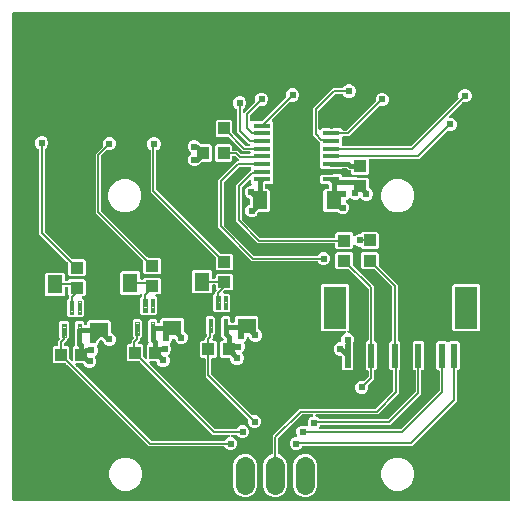
<source format=gbr>
G04 EAGLE Gerber RS-274X export*
G75*
%MOMM*%
%FSLAX34Y34*%
%LPD*%
%INTop Copper*%
%IPPOS*%
%AMOC8*
5,1,8,0,0,1.08239X$1,22.5*%
G01*
%ADD10R,0.560000X2.030000*%
%ADD11R,1.980000X3.560000*%
%ADD12C,1.616000*%
%ADD13R,1.475000X0.450000*%
%ADD14R,1.300000X1.500000*%
%ADD15R,1.100000X1.000000*%
%ADD16R,1.000000X1.100000*%
%ADD17R,1.300000X1.600000*%
%ADD18C,0.100000*%
%ADD19R,1.600000X1.300000*%
%ADD20C,0.200000*%
%ADD21C,0.610000*%
%ADD22C,0.400000*%

G36*
X424684Y4010D02*
X424684Y4010D01*
X424748Y4009D01*
X424823Y4030D01*
X424899Y4041D01*
X424958Y4067D01*
X425020Y4084D01*
X425086Y4125D01*
X425156Y4157D01*
X425205Y4199D01*
X425260Y4232D01*
X425312Y4290D01*
X425370Y4340D01*
X425406Y4394D01*
X425449Y4442D01*
X425482Y4511D01*
X425525Y4576D01*
X425544Y4638D01*
X425572Y4695D01*
X425583Y4765D01*
X425607Y4846D01*
X425608Y4931D01*
X425619Y5000D01*
X425619Y417000D01*
X425610Y417064D01*
X425611Y417128D01*
X425590Y417203D01*
X425579Y417279D01*
X425553Y417338D01*
X425536Y417400D01*
X425495Y417466D01*
X425463Y417536D01*
X425421Y417585D01*
X425388Y417640D01*
X425330Y417692D01*
X425280Y417750D01*
X425226Y417786D01*
X425178Y417829D01*
X425109Y417862D01*
X425044Y417905D01*
X424982Y417924D01*
X424925Y417952D01*
X424855Y417963D01*
X424774Y417987D01*
X424689Y417988D01*
X424620Y417999D01*
X5000Y417999D01*
X4936Y417990D01*
X4872Y417991D01*
X4797Y417970D01*
X4721Y417959D01*
X4662Y417933D01*
X4600Y417916D01*
X4534Y417875D01*
X4464Y417843D01*
X4415Y417801D01*
X4360Y417768D01*
X4308Y417710D01*
X4250Y417660D01*
X4214Y417606D01*
X4171Y417558D01*
X4138Y417489D01*
X4095Y417424D01*
X4076Y417362D01*
X4048Y417305D01*
X4037Y417235D01*
X4013Y417154D01*
X4012Y417069D01*
X4001Y417000D01*
X4001Y5000D01*
X4010Y4936D01*
X4009Y4872D01*
X4030Y4797D01*
X4041Y4721D01*
X4067Y4662D01*
X4084Y4600D01*
X4125Y4534D01*
X4157Y4464D01*
X4199Y4415D01*
X4232Y4360D01*
X4290Y4308D01*
X4340Y4250D01*
X4394Y4214D01*
X4442Y4171D01*
X4511Y4138D01*
X4576Y4095D01*
X4638Y4076D01*
X4695Y4048D01*
X4765Y4037D01*
X4846Y4013D01*
X4931Y4012D01*
X5000Y4001D01*
X424620Y4001D01*
X424684Y4010D01*
G37*
%LPC*%
G36*
X224489Y7239D02*
X224489Y7239D01*
X220784Y8774D01*
X217948Y11610D01*
X216413Y15315D01*
X216413Y35485D01*
X217948Y39190D01*
X220784Y42026D01*
X223606Y43195D01*
X223615Y43200D01*
X223624Y43203D01*
X223736Y43272D01*
X223849Y43339D01*
X223856Y43346D01*
X223864Y43351D01*
X223952Y43449D01*
X224042Y43545D01*
X224046Y43553D01*
X224053Y43560D01*
X224110Y43678D01*
X224170Y43796D01*
X224172Y43805D01*
X224176Y43814D01*
X224188Y43890D01*
X224222Y44073D01*
X224220Y44097D01*
X224223Y44118D01*
X224223Y58982D01*
X246963Y81722D01*
X310900Y81722D01*
X310995Y81735D01*
X311091Y81740D01*
X311134Y81755D01*
X311179Y81762D01*
X311266Y81801D01*
X311357Y81833D01*
X311392Y81858D01*
X311436Y81878D01*
X311533Y81961D01*
X311606Y82015D01*
X326186Y96594D01*
X326244Y96671D01*
X326308Y96743D01*
X326328Y96783D01*
X326355Y96820D01*
X326389Y96910D01*
X326431Y96996D01*
X326438Y97038D01*
X326455Y97084D01*
X326465Y97211D01*
X326479Y97301D01*
X326479Y113777D01*
X326470Y113841D01*
X326470Y113905D01*
X326450Y113980D01*
X326439Y114057D01*
X326412Y114115D01*
X326395Y114177D01*
X326354Y114243D01*
X326323Y114314D01*
X326281Y114362D01*
X326247Y114417D01*
X326190Y114469D01*
X326139Y114528D01*
X326085Y114563D01*
X326038Y114606D01*
X325968Y114640D01*
X325903Y114682D01*
X325842Y114701D01*
X325784Y114729D01*
X325715Y114740D01*
X325633Y114765D01*
X325549Y114766D01*
X325479Y114777D01*
X324114Y114777D01*
X322942Y115949D01*
X322942Y137906D01*
X324114Y139078D01*
X324473Y139078D01*
X324536Y139087D01*
X324600Y139086D01*
X324675Y139107D01*
X324752Y139118D01*
X324810Y139144D01*
X324872Y139162D01*
X324938Y139202D01*
X325009Y139234D01*
X325057Y139276D01*
X325112Y139310D01*
X325164Y139367D01*
X325223Y139418D01*
X325258Y139471D01*
X325301Y139519D01*
X325335Y139589D01*
X325377Y139653D01*
X325396Y139715D01*
X325424Y139773D01*
X325435Y139842D01*
X325460Y139923D01*
X325461Y140008D01*
X325472Y140077D01*
X325472Y184743D01*
X325458Y184838D01*
X325453Y184934D01*
X325438Y184977D01*
X325432Y185022D01*
X325392Y185110D01*
X325361Y185201D01*
X325336Y185235D01*
X325316Y185279D01*
X325232Y185377D01*
X325179Y185450D01*
X310543Y200086D01*
X310466Y200144D01*
X310395Y200208D01*
X310354Y200228D01*
X310317Y200255D01*
X310227Y200289D01*
X310141Y200331D01*
X310099Y200338D01*
X310053Y200355D01*
X309926Y200365D01*
X309836Y200379D01*
X300132Y200379D01*
X298960Y201551D01*
X298960Y213208D01*
X300132Y214380D01*
X312789Y214380D01*
X313961Y213208D01*
X313961Y203504D01*
X313975Y203409D01*
X313980Y203313D01*
X313995Y203270D01*
X314001Y203225D01*
X314041Y203137D01*
X314072Y203046D01*
X314097Y203012D01*
X314117Y202968D01*
X314201Y202870D01*
X314254Y202797D01*
X330013Y187038D01*
X330013Y140077D01*
X330022Y140014D01*
X330021Y139949D01*
X330042Y139875D01*
X330053Y139798D01*
X330079Y139740D01*
X330097Y139678D01*
X330137Y139612D01*
X330169Y139541D01*
X330211Y139492D01*
X330245Y139438D01*
X330302Y139386D01*
X330353Y139327D01*
X330406Y139292D01*
X330454Y139249D01*
X330524Y139215D01*
X330589Y139172D01*
X330650Y139154D01*
X330708Y139126D01*
X330777Y139115D01*
X330858Y139090D01*
X330943Y139089D01*
X331012Y139078D01*
X331371Y139078D01*
X332543Y137906D01*
X332543Y115949D01*
X331313Y114718D01*
X331255Y114641D01*
X331191Y114570D01*
X331171Y114529D01*
X331143Y114493D01*
X331109Y114403D01*
X331068Y114316D01*
X331061Y114274D01*
X331044Y114229D01*
X331034Y114101D01*
X331020Y114012D01*
X331020Y95006D01*
X313195Y77180D01*
X261385Y77180D01*
X261299Y77168D01*
X261213Y77165D01*
X261160Y77148D01*
X261106Y77141D01*
X261027Y77105D01*
X260944Y77078D01*
X260899Y77047D01*
X260849Y77024D01*
X260783Y76968D01*
X260711Y76919D01*
X260677Y76877D01*
X260635Y76841D01*
X260587Y76768D01*
X260532Y76701D01*
X260510Y76651D01*
X260480Y76605D01*
X260455Y76522D01*
X260421Y76442D01*
X260414Y76388D01*
X260398Y76335D01*
X260397Y76249D01*
X260386Y76162D01*
X260395Y76108D01*
X260394Y76053D01*
X260417Y75970D01*
X260431Y75884D01*
X260455Y75834D01*
X260469Y75782D01*
X260515Y75708D01*
X260552Y75629D01*
X260589Y75588D01*
X260618Y75542D01*
X260682Y75483D01*
X260740Y75418D01*
X260783Y75392D01*
X260827Y75353D01*
X260929Y75303D01*
X261003Y75258D01*
X262673Y74566D01*
X264036Y73203D01*
X264113Y73145D01*
X264184Y73081D01*
X264225Y73061D01*
X264262Y73034D01*
X264352Y73000D01*
X264438Y72958D01*
X264480Y72951D01*
X264525Y72934D01*
X264653Y72924D01*
X264743Y72910D01*
X321746Y72910D01*
X321841Y72924D01*
X321937Y72929D01*
X321980Y72944D01*
X322025Y72950D01*
X322113Y72990D01*
X322204Y73021D01*
X322238Y73046D01*
X322282Y73066D01*
X322379Y73150D01*
X322453Y73203D01*
X345179Y95930D01*
X345237Y96006D01*
X345301Y96078D01*
X345321Y96119D01*
X345348Y96155D01*
X345382Y96245D01*
X345424Y96332D01*
X345431Y96374D01*
X345448Y96419D01*
X345458Y96547D01*
X345472Y96636D01*
X345472Y113777D01*
X345463Y113841D01*
X345464Y113905D01*
X345443Y113980D01*
X345432Y114057D01*
X345406Y114115D01*
X345388Y114177D01*
X345348Y114243D01*
X345316Y114314D01*
X345274Y114362D01*
X345240Y114417D01*
X345183Y114469D01*
X345132Y114528D01*
X345079Y114563D01*
X345031Y114606D01*
X344961Y114640D01*
X344896Y114682D01*
X344835Y114701D01*
X344777Y114729D01*
X344708Y114740D01*
X344627Y114765D01*
X344542Y114766D01*
X344473Y114777D01*
X344114Y114777D01*
X342942Y115949D01*
X342942Y137906D01*
X344114Y139078D01*
X351371Y139078D01*
X352543Y137906D01*
X352543Y115949D01*
X351371Y114777D01*
X351012Y114777D01*
X350949Y114768D01*
X350885Y114768D01*
X350810Y114748D01*
X350733Y114737D01*
X350675Y114710D01*
X350613Y114693D01*
X350547Y114652D01*
X350476Y114621D01*
X350428Y114579D01*
X350373Y114545D01*
X350321Y114488D01*
X350262Y114437D01*
X350227Y114383D01*
X350184Y114336D01*
X350150Y114266D01*
X350108Y114201D01*
X350089Y114140D01*
X350061Y114082D01*
X350050Y114013D01*
X350025Y113932D01*
X350024Y113847D01*
X350013Y113777D01*
X350013Y94341D01*
X324041Y68369D01*
X265621Y68369D01*
X265611Y68368D01*
X265602Y68369D01*
X265472Y68348D01*
X265342Y68329D01*
X265333Y68325D01*
X265324Y68324D01*
X265204Y68267D01*
X265085Y68213D01*
X265077Y68207D01*
X265069Y68203D01*
X264970Y68115D01*
X264870Y68029D01*
X264865Y68022D01*
X264858Y68015D01*
X264818Y67949D01*
X264716Y67794D01*
X264709Y67770D01*
X264698Y67752D01*
X264245Y66660D01*
X263659Y66074D01*
X263640Y66048D01*
X263615Y66027D01*
X263555Y65936D01*
X263490Y65848D01*
X263479Y65818D01*
X263461Y65791D01*
X263429Y65687D01*
X263390Y65584D01*
X263388Y65552D01*
X263379Y65521D01*
X263377Y65412D01*
X263369Y65303D01*
X263375Y65272D01*
X263375Y65239D01*
X263404Y65134D01*
X263426Y65027D01*
X263441Y64999D01*
X263450Y64968D01*
X263507Y64875D01*
X263559Y64778D01*
X263581Y64755D01*
X263598Y64728D01*
X263679Y64654D01*
X263755Y64576D01*
X263783Y64560D01*
X263807Y64539D01*
X263906Y64491D01*
X264001Y64437D01*
X264032Y64430D01*
X264061Y64416D01*
X264151Y64402D01*
X264275Y64372D01*
X264324Y64375D01*
X264366Y64368D01*
X332578Y64368D01*
X332673Y64382D01*
X332769Y64386D01*
X332812Y64401D01*
X332857Y64408D01*
X332945Y64447D01*
X333036Y64479D01*
X333070Y64504D01*
X333114Y64524D01*
X333211Y64607D01*
X333284Y64661D01*
X365282Y96658D01*
X365339Y96735D01*
X365404Y96806D01*
X365424Y96847D01*
X365451Y96884D01*
X365485Y96974D01*
X365527Y97060D01*
X365534Y97102D01*
X365551Y97148D01*
X365561Y97275D01*
X365575Y97365D01*
X365575Y113777D01*
X365565Y113841D01*
X365566Y113905D01*
X365546Y113980D01*
X365535Y114057D01*
X365508Y114115D01*
X365491Y114177D01*
X365450Y114243D01*
X365419Y114314D01*
X365377Y114362D01*
X365343Y114417D01*
X365285Y114469D01*
X365235Y114528D01*
X365181Y114563D01*
X365134Y114606D01*
X365064Y114640D01*
X364999Y114682D01*
X364938Y114701D01*
X364880Y114729D01*
X364810Y114740D01*
X364729Y114765D01*
X364645Y114766D01*
X364575Y114777D01*
X364114Y114777D01*
X362942Y115949D01*
X362942Y137906D01*
X364114Y139078D01*
X371371Y139078D01*
X372036Y138413D01*
X372087Y138375D01*
X372132Y138329D01*
X372200Y138291D01*
X372261Y138244D01*
X372322Y138221D01*
X372378Y138190D01*
X372453Y138172D01*
X372525Y138145D01*
X372589Y138140D01*
X372652Y138125D01*
X372729Y138129D01*
X372807Y138123D01*
X372869Y138136D01*
X372934Y138139D01*
X373007Y138165D01*
X373083Y138180D01*
X373139Y138211D01*
X373200Y138232D01*
X373257Y138273D01*
X373332Y138313D01*
X373392Y138372D01*
X373449Y138413D01*
X374114Y139078D01*
X381371Y139078D01*
X382543Y137906D01*
X382543Y115949D01*
X381362Y114768D01*
X381301Y114768D01*
X381226Y114748D01*
X381149Y114737D01*
X381091Y114710D01*
X381029Y114693D01*
X380963Y114652D01*
X380893Y114621D01*
X380844Y114579D01*
X380789Y114545D01*
X380737Y114488D01*
X380678Y114437D01*
X380643Y114383D01*
X380600Y114336D01*
X380566Y114266D01*
X380524Y114201D01*
X380505Y114140D01*
X380477Y114082D01*
X380466Y114013D01*
X380441Y113932D01*
X380440Y113847D01*
X380429Y113777D01*
X380429Y88654D01*
X342182Y50406D01*
X250030Y50406D01*
X250020Y50404D01*
X250011Y50406D01*
X249881Y50385D01*
X249750Y50366D01*
X249742Y50362D01*
X249732Y50361D01*
X249613Y50304D01*
X249493Y50250D01*
X249486Y50244D01*
X249478Y50240D01*
X249379Y50152D01*
X249279Y50066D01*
X249274Y50058D01*
X249267Y50052D01*
X249227Y49987D01*
X249125Y49830D01*
X249118Y49807D01*
X249106Y49789D01*
X248906Y49306D01*
X247334Y47734D01*
X245279Y46883D01*
X243055Y46883D01*
X241000Y47734D01*
X239427Y49306D01*
X238576Y51361D01*
X238576Y53585D01*
X239427Y55640D01*
X241000Y57213D01*
X243055Y58064D01*
X243956Y58064D01*
X244074Y58081D01*
X244192Y58092D01*
X244213Y58101D01*
X244236Y58104D01*
X244344Y58153D01*
X244454Y58197D01*
X244472Y58211D01*
X244493Y58220D01*
X244583Y58297D01*
X244676Y58370D01*
X244690Y58389D01*
X244707Y58404D01*
X244772Y58503D01*
X244841Y58599D01*
X244849Y58620D01*
X244861Y58639D01*
X244896Y58753D01*
X244936Y58865D01*
X244937Y58887D01*
X244944Y58909D01*
X244945Y59028D01*
X244952Y59146D01*
X244947Y59167D01*
X244948Y59191D01*
X244898Y59371D01*
X244880Y59446D01*
X244242Y60985D01*
X244242Y63209D01*
X245093Y65264D01*
X246666Y66837D01*
X248721Y67688D01*
X250945Y67688D01*
X252815Y66913D01*
X252846Y66905D01*
X252875Y66891D01*
X252982Y66871D01*
X253088Y66843D01*
X253120Y66844D01*
X253152Y66838D01*
X253261Y66849D01*
X253370Y66852D01*
X253400Y66862D01*
X253433Y66866D01*
X253534Y66906D01*
X253638Y66940D01*
X253665Y66958D01*
X253695Y66970D01*
X253781Y67037D01*
X253871Y67099D01*
X253891Y67124D01*
X253917Y67144D01*
X253981Y67232D01*
X254050Y67316D01*
X254063Y67346D01*
X254082Y67372D01*
X254119Y67475D01*
X254162Y67576D01*
X254166Y67608D01*
X254176Y67638D01*
X254183Y67747D01*
X254196Y67855D01*
X254191Y67887D01*
X254193Y67920D01*
X254172Y68008D01*
X254151Y68134D01*
X254130Y68178D01*
X254120Y68219D01*
X253915Y68715D01*
X253915Y70939D01*
X254766Y72994D01*
X256339Y74566D01*
X258009Y75258D01*
X258083Y75302D01*
X258162Y75338D01*
X258204Y75374D01*
X258251Y75402D01*
X258311Y75465D01*
X258377Y75521D01*
X258407Y75567D01*
X258444Y75607D01*
X258484Y75685D01*
X258531Y75757D01*
X258547Y75810D01*
X258572Y75859D01*
X258588Y75944D01*
X258613Y76027D01*
X258614Y76082D01*
X258624Y76136D01*
X258616Y76222D01*
X258617Y76309D01*
X258603Y76362D01*
X258597Y76417D01*
X258565Y76497D01*
X258542Y76581D01*
X258513Y76628D01*
X258493Y76679D01*
X258439Y76747D01*
X258394Y76821D01*
X258353Y76858D01*
X258319Y76901D01*
X258249Y76952D01*
X258185Y77010D01*
X258135Y77034D01*
X258091Y77066D01*
X258009Y77095D01*
X257931Y77133D01*
X257880Y77141D01*
X257825Y77160D01*
X257711Y77167D01*
X257626Y77180D01*
X249258Y77180D01*
X249163Y77167D01*
X249067Y77162D01*
X249024Y77147D01*
X248979Y77141D01*
X248892Y77101D01*
X248801Y77070D01*
X248766Y77044D01*
X248722Y77024D01*
X248625Y76941D01*
X248552Y76888D01*
X229057Y57393D01*
X229000Y57317D01*
X228935Y57245D01*
X228915Y57204D01*
X228888Y57168D01*
X228854Y57078D01*
X228812Y56991D01*
X228806Y56949D01*
X228789Y56904D01*
X228779Y56776D01*
X228765Y56687D01*
X228765Y44118D01*
X228766Y44109D01*
X228765Y44100D01*
X228786Y43970D01*
X228805Y43839D01*
X228808Y43831D01*
X228810Y43821D01*
X228867Y43702D01*
X228921Y43582D01*
X228927Y43575D01*
X228931Y43566D01*
X229019Y43468D01*
X229104Y43368D01*
X229112Y43363D01*
X229118Y43356D01*
X229184Y43316D01*
X229340Y43214D01*
X229363Y43206D01*
X229382Y43195D01*
X232204Y42026D01*
X235040Y39190D01*
X236575Y35485D01*
X236575Y15315D01*
X235040Y11610D01*
X232204Y8774D01*
X228499Y7239D01*
X224489Y7239D01*
G37*
%LPD*%
%LPC*%
G36*
X266375Y203486D02*
X266375Y203486D01*
X264320Y204338D01*
X262747Y205910D01*
X262631Y206190D01*
X262627Y206198D01*
X262624Y206207D01*
X262555Y206320D01*
X262488Y206432D01*
X262481Y206439D01*
X262476Y206447D01*
X262378Y206535D01*
X262282Y206625D01*
X262274Y206630D01*
X262267Y206636D01*
X262148Y206693D01*
X262031Y206753D01*
X262021Y206755D01*
X262013Y206759D01*
X261937Y206771D01*
X261754Y206805D01*
X261730Y206803D01*
X261708Y206806D01*
X206875Y206806D01*
X205252Y208429D01*
X179957Y233724D01*
X178335Y235347D01*
X178335Y275414D01*
X194265Y291345D01*
X194842Y291345D01*
X194874Y291349D01*
X194906Y291347D01*
X195013Y291369D01*
X195121Y291385D01*
X195150Y291398D01*
X195182Y291404D01*
X195278Y291456D01*
X195378Y291501D01*
X195402Y291522D01*
X195431Y291537D01*
X195509Y291613D01*
X195592Y291684D01*
X195610Y291711D01*
X195633Y291734D01*
X195687Y291829D01*
X195747Y291920D01*
X195756Y291951D01*
X195772Y291979D01*
X195797Y292085D01*
X195829Y292190D01*
X195830Y292222D01*
X195837Y292253D01*
X195831Y292363D01*
X195833Y292472D01*
X195824Y292503D01*
X195823Y292535D01*
X195787Y292638D01*
X195758Y292744D01*
X195741Y292771D01*
X195730Y292802D01*
X195677Y292875D01*
X195609Y292984D01*
X195573Y293016D01*
X195548Y293051D01*
X193778Y294821D01*
X193777Y294821D01*
X192988Y295611D01*
X192911Y295668D01*
X192840Y295733D01*
X192799Y295753D01*
X192763Y295780D01*
X192673Y295814D01*
X192586Y295856D01*
X192544Y295862D01*
X192499Y295880D01*
X192371Y295889D01*
X192282Y295903D01*
X190719Y295903D01*
X190655Y295894D01*
X190591Y295895D01*
X190516Y295875D01*
X190440Y295864D01*
X190381Y295837D01*
X190319Y295820D01*
X190253Y295779D01*
X190183Y295747D01*
X190134Y295706D01*
X190079Y295672D01*
X190027Y295614D01*
X189969Y295564D01*
X189933Y295510D01*
X189890Y295463D01*
X189857Y295393D01*
X189814Y295328D01*
X189795Y295267D01*
X189767Y295209D01*
X189757Y295139D01*
X189732Y295058D01*
X189731Y294974D01*
X189720Y294904D01*
X189720Y291845D01*
X188548Y290673D01*
X176890Y290673D01*
X175718Y291845D01*
X175718Y304503D01*
X176890Y305675D01*
X188548Y305675D01*
X189720Y304503D01*
X189720Y301444D01*
X189729Y301381D01*
X189728Y301316D01*
X189749Y301242D01*
X189760Y301165D01*
X189786Y301106D01*
X189803Y301044D01*
X189844Y300978D01*
X189876Y300908D01*
X189918Y300859D01*
X189951Y300804D01*
X190009Y300753D01*
X190059Y300694D01*
X190113Y300658D01*
X190161Y300615D01*
X190230Y300582D01*
X190295Y300539D01*
X190357Y300520D01*
X190414Y300492D01*
X190484Y300482D01*
X190565Y300457D01*
X190650Y300456D01*
X190719Y300445D01*
X194577Y300445D01*
X196989Y298033D01*
X197066Y297975D01*
X197137Y297911D01*
X197178Y297891D01*
X197214Y297863D01*
X197305Y297829D01*
X197391Y297788D01*
X197433Y297781D01*
X197478Y297764D01*
X197606Y297754D01*
X197695Y297740D01*
X204752Y297740D01*
X204816Y297749D01*
X204880Y297748D01*
X204955Y297769D01*
X205031Y297780D01*
X205090Y297806D01*
X205152Y297823D01*
X205218Y297864D01*
X205288Y297896D01*
X205337Y297938D01*
X205392Y297972D01*
X205444Y298029D01*
X205503Y298079D01*
X205538Y298133D01*
X205581Y298181D01*
X205615Y298250D01*
X205657Y298315D01*
X205676Y298377D01*
X205704Y298435D01*
X205715Y298504D01*
X205740Y298585D01*
X205741Y298670D01*
X205751Y298739D01*
X205751Y298804D01*
X205743Y298862D01*
X205743Y298867D01*
X205743Y298869D01*
X205743Y298907D01*
X205743Y298908D01*
X205743Y298932D01*
X205723Y299007D01*
X205712Y299083D01*
X205685Y299142D01*
X205668Y299204D01*
X205627Y299270D01*
X205595Y299340D01*
X205554Y299389D01*
X205520Y299444D01*
X205462Y299496D01*
X205412Y299554D01*
X205358Y299590D01*
X205311Y299633D01*
X205241Y299666D01*
X205176Y299709D01*
X205115Y299728D01*
X205057Y299756D01*
X204987Y299767D01*
X204906Y299791D01*
X204822Y299792D01*
X204752Y299803D01*
X199460Y299803D01*
X187806Y311458D01*
X187729Y311515D01*
X187657Y311580D01*
X187616Y311600D01*
X187580Y311627D01*
X187490Y311661D01*
X187404Y311703D01*
X187361Y311709D01*
X187316Y311726D01*
X187188Y311736D01*
X187099Y311750D01*
X177395Y311750D01*
X176223Y312922D01*
X176223Y325580D01*
X177395Y326752D01*
X189052Y326752D01*
X190224Y325580D01*
X190224Y315876D01*
X190238Y315781D01*
X190243Y315684D01*
X190258Y315641D01*
X190264Y315596D01*
X190304Y315509D01*
X190335Y315418D01*
X190360Y315384D01*
X190380Y315339D01*
X190464Y315242D01*
X190517Y315169D01*
X201048Y304637D01*
X201125Y304580D01*
X201197Y304515D01*
X201238Y304495D01*
X201274Y304468D01*
X201364Y304434D01*
X201450Y304392D01*
X201492Y304386D01*
X201538Y304369D01*
X201666Y304359D01*
X201755Y304345D01*
X203894Y304345D01*
X203926Y304349D01*
X203958Y304347D01*
X204065Y304369D01*
X204174Y304385D01*
X204203Y304398D01*
X204234Y304404D01*
X204331Y304456D01*
X204430Y304501D01*
X204455Y304522D01*
X204483Y304537D01*
X204562Y304613D01*
X204645Y304684D01*
X204662Y304711D01*
X204685Y304734D01*
X204739Y304829D01*
X204799Y304920D01*
X204809Y304951D01*
X204825Y304979D01*
X204850Y305086D01*
X204882Y305190D01*
X204882Y305222D01*
X204889Y305253D01*
X204884Y305363D01*
X204885Y305472D01*
X204877Y305503D01*
X204875Y305535D01*
X204839Y305638D01*
X204810Y305744D01*
X204793Y305771D01*
X204783Y305802D01*
X204729Y305875D01*
X204662Y305984D01*
X204626Y306016D01*
X204601Y306051D01*
X194231Y316420D01*
X194231Y335069D01*
X194230Y335079D01*
X194231Y335088D01*
X194210Y335218D01*
X194191Y335348D01*
X194188Y335357D01*
X194186Y335366D01*
X194129Y335486D01*
X194075Y335605D01*
X194069Y335612D01*
X194065Y335621D01*
X193977Y335720D01*
X193892Y335820D01*
X193884Y335825D01*
X193878Y335832D01*
X193812Y335872D01*
X193656Y335974D01*
X193633Y335981D01*
X193614Y335992D01*
X193335Y336108D01*
X191762Y337681D01*
X190911Y339736D01*
X190911Y341960D01*
X191762Y344015D01*
X193335Y345587D01*
X195390Y346438D01*
X197614Y346438D01*
X199669Y345587D01*
X201242Y344015D01*
X202093Y341960D01*
X202093Y339736D01*
X201242Y337681D01*
X199669Y336108D01*
X199390Y335992D01*
X199381Y335988D01*
X199372Y335985D01*
X199260Y335915D01*
X199147Y335849D01*
X199140Y335842D01*
X199132Y335837D01*
X199044Y335739D01*
X198954Y335643D01*
X198950Y335635D01*
X198943Y335628D01*
X198886Y335509D01*
X198826Y335392D01*
X198824Y335382D01*
X198820Y335374D01*
X198808Y335298D01*
X198774Y335114D01*
X198776Y335091D01*
X198773Y335069D01*
X198773Y333373D01*
X198777Y333341D01*
X198775Y333309D01*
X198797Y333202D01*
X198813Y333094D01*
X198826Y333064D01*
X198832Y333033D01*
X198884Y332936D01*
X198929Y332837D01*
X198950Y332812D01*
X198965Y332784D01*
X199041Y332705D01*
X199112Y332622D01*
X199139Y332605D01*
X199162Y332582D01*
X199257Y332528D01*
X199348Y332468D01*
X199379Y332458D01*
X199407Y332443D01*
X199514Y332417D01*
X199618Y332385D01*
X199650Y332385D01*
X199681Y332378D01*
X199791Y332383D01*
X199900Y332382D01*
X199931Y332390D01*
X199963Y332392D01*
X200066Y332428D01*
X200172Y332457D01*
X200199Y332474D01*
X200230Y332484D01*
X200303Y332538D01*
X200412Y332605D01*
X200444Y332641D01*
X200479Y332666D01*
X209389Y341577D01*
X209395Y341584D01*
X209402Y341590D01*
X209480Y341697D01*
X209558Y341802D01*
X209562Y341811D01*
X209567Y341819D01*
X209611Y341942D01*
X209658Y342066D01*
X209659Y342076D01*
X209662Y342085D01*
X209670Y342216D01*
X209680Y342347D01*
X209678Y342357D01*
X209678Y342366D01*
X209660Y342441D01*
X209622Y342623D01*
X209611Y342645D01*
X209606Y342666D01*
X209490Y342945D01*
X209490Y345169D01*
X210341Y347224D01*
X211914Y348797D01*
X213969Y349648D01*
X216193Y349648D01*
X218248Y348797D01*
X219820Y347224D01*
X220671Y345169D01*
X220671Y342945D01*
X219820Y340890D01*
X218248Y339317D01*
X216193Y338466D01*
X213969Y338466D01*
X213689Y338582D01*
X213680Y338584D01*
X213672Y338589D01*
X213543Y338620D01*
X213416Y338652D01*
X213407Y338652D01*
X213397Y338654D01*
X213265Y338647D01*
X213134Y338643D01*
X213125Y338640D01*
X213116Y338640D01*
X212991Y338596D01*
X212866Y338556D01*
X212858Y338550D01*
X212849Y338547D01*
X212787Y338502D01*
X212633Y338397D01*
X212618Y338378D01*
X212600Y338365D01*
X205122Y330887D01*
X205065Y330811D01*
X205000Y330739D01*
X204980Y330698D01*
X204953Y330662D01*
X204919Y330572D01*
X204877Y330485D01*
X204871Y330443D01*
X204853Y330398D01*
X204844Y330270D01*
X204830Y330181D01*
X204830Y326143D01*
X204834Y326111D01*
X204832Y326079D01*
X204854Y325972D01*
X204869Y325864D01*
X204883Y325835D01*
X204889Y325803D01*
X204941Y325707D01*
X204986Y325607D01*
X205007Y325583D01*
X205022Y325554D01*
X205098Y325476D01*
X205169Y325393D01*
X205196Y325375D01*
X205219Y325352D01*
X205313Y325298D01*
X205405Y325238D01*
X205436Y325229D01*
X205464Y325213D01*
X205570Y325188D01*
X205675Y325156D01*
X205707Y325156D01*
X205738Y325148D01*
X205848Y325154D01*
X205957Y325152D01*
X205988Y325161D01*
X206020Y325162D01*
X206123Y325198D01*
X206229Y325227D01*
X206256Y325244D01*
X206286Y325255D01*
X206360Y325308D01*
X206469Y325376D01*
X206501Y325412D01*
X206535Y325437D01*
X206923Y325825D01*
X215753Y325825D01*
X215848Y325838D01*
X215944Y325843D01*
X215987Y325858D01*
X216032Y325865D01*
X216119Y325904D01*
X216210Y325936D01*
X216245Y325961D01*
X216289Y325981D01*
X216386Y326064D01*
X216459Y326117D01*
X235582Y345240D01*
X235588Y345248D01*
X235595Y345254D01*
X235673Y345361D01*
X235751Y345466D01*
X235755Y345475D01*
X235760Y345482D01*
X235805Y345607D01*
X235851Y345730D01*
X235852Y345739D01*
X235855Y345748D01*
X235863Y345880D01*
X235873Y346011D01*
X235871Y346020D01*
X235871Y346030D01*
X235853Y346105D01*
X235815Y346287D01*
X235804Y346308D01*
X235799Y346329D01*
X235719Y346522D01*
X235719Y348746D01*
X236570Y350801D01*
X238143Y352373D01*
X240198Y353224D01*
X242422Y353224D01*
X244477Y352373D01*
X246049Y350801D01*
X246901Y348746D01*
X246901Y346522D01*
X246049Y344467D01*
X244477Y342894D01*
X242422Y342043D01*
X240198Y342043D01*
X239832Y342195D01*
X239822Y342197D01*
X239814Y342202D01*
X239685Y342232D01*
X239558Y342265D01*
X239549Y342264D01*
X239540Y342267D01*
X239407Y342260D01*
X239276Y342256D01*
X239267Y342253D01*
X239258Y342252D01*
X239134Y342209D01*
X239008Y342168D01*
X239000Y342163D01*
X238992Y342160D01*
X238930Y342114D01*
X238775Y342009D01*
X238760Y341991D01*
X238743Y341978D01*
X223667Y326902D01*
X223628Y326851D01*
X223582Y326806D01*
X223544Y326739D01*
X223497Y326677D01*
X223475Y326616D01*
X223443Y326561D01*
X223425Y326485D01*
X223398Y326413D01*
X223393Y326349D01*
X223378Y326286D01*
X223382Y326209D01*
X223376Y326132D01*
X223389Y326069D01*
X223392Y326004D01*
X223418Y325931D01*
X223434Y325855D01*
X223464Y325799D01*
X223485Y325738D01*
X223526Y325681D01*
X223566Y325606D01*
X223625Y325546D01*
X223667Y325489D01*
X224503Y324653D01*
X224503Y272995D01*
X223331Y271823D01*
X218405Y271823D01*
X218341Y271814D01*
X218277Y271815D01*
X218202Y271794D01*
X218126Y271783D01*
X218067Y271757D01*
X218005Y271740D01*
X217939Y271699D01*
X217869Y271667D01*
X217820Y271625D01*
X217765Y271592D01*
X217713Y271534D01*
X217654Y271484D01*
X217619Y271430D01*
X217576Y271382D01*
X217542Y271313D01*
X217500Y271248D01*
X217481Y271186D01*
X217453Y271129D01*
X217442Y271059D01*
X217418Y270978D01*
X217417Y270893D01*
X217406Y270824D01*
X217406Y268732D01*
X217415Y268668D01*
X217414Y268604D01*
X217435Y268529D01*
X217445Y268453D01*
X217472Y268394D01*
X217489Y268332D01*
X217530Y268266D01*
X217562Y268196D01*
X217603Y268147D01*
X217637Y268092D01*
X217695Y268040D01*
X217745Y267981D01*
X217799Y267946D01*
X217847Y267903D01*
X217916Y267869D01*
X217981Y267827D01*
X218043Y267808D01*
X218100Y267780D01*
X218170Y267769D01*
X218251Y267744D01*
X218335Y267743D01*
X218405Y267733D01*
X220734Y267733D01*
X221906Y266561D01*
X221906Y249903D01*
X220734Y248731D01*
X213101Y248731D01*
X213092Y248730D01*
X213082Y248731D01*
X212952Y248710D01*
X212822Y248691D01*
X212813Y248687D01*
X212804Y248686D01*
X212685Y248629D01*
X212565Y248575D01*
X212558Y248569D01*
X212549Y248565D01*
X212451Y248477D01*
X212351Y248392D01*
X212346Y248384D01*
X212338Y248377D01*
X212298Y248311D01*
X212196Y248156D01*
X212189Y248133D01*
X212178Y248114D01*
X211442Y246337D01*
X209869Y244764D01*
X207814Y243913D01*
X205590Y243913D01*
X203535Y244764D01*
X201963Y246337D01*
X201111Y248391D01*
X201111Y250616D01*
X201963Y252670D01*
X203535Y254243D01*
X204287Y254555D01*
X204295Y254559D01*
X204305Y254562D01*
X204417Y254631D01*
X204530Y254698D01*
X204537Y254705D01*
X204545Y254710D01*
X204633Y254808D01*
X204723Y254904D01*
X204727Y254912D01*
X204734Y254919D01*
X204791Y255038D01*
X204851Y255155D01*
X204853Y255165D01*
X204857Y255173D01*
X204869Y255249D01*
X204903Y255432D01*
X204901Y255456D01*
X204904Y255478D01*
X204904Y259088D01*
X204903Y259098D01*
X204904Y259107D01*
X204883Y259237D01*
X204864Y259367D01*
X204860Y259376D01*
X204859Y259385D01*
X204802Y259505D01*
X204748Y259624D01*
X204742Y259632D01*
X204738Y259640D01*
X204650Y259739D01*
X204565Y259839D01*
X204557Y259844D01*
X204551Y259851D01*
X204485Y259891D01*
X204329Y259993D01*
X204306Y260000D01*
X204287Y260011D01*
X202899Y260587D01*
X201326Y262159D01*
X200475Y264214D01*
X200475Y266438D01*
X201326Y268493D01*
X202899Y270066D01*
X204953Y270917D01*
X205417Y270917D01*
X205449Y270922D01*
X205481Y270919D01*
X205588Y270941D01*
X205697Y270957D01*
X205726Y270970D01*
X205758Y270977D01*
X205854Y271028D01*
X205954Y271073D01*
X205978Y271094D01*
X206007Y271109D01*
X206085Y271185D01*
X206168Y271256D01*
X206185Y271283D01*
X206209Y271306D01*
X206262Y271401D01*
X206322Y271492D01*
X206332Y271523D01*
X206348Y271551D01*
X206373Y271658D01*
X206405Y271762D01*
X206405Y271794D01*
X206413Y271826D01*
X206407Y271935D01*
X206408Y272044D01*
X206400Y272075D01*
X206398Y272107D01*
X206362Y272210D01*
X206333Y272316D01*
X206316Y272343D01*
X206306Y272374D01*
X206252Y272447D01*
X206185Y272556D01*
X206149Y272588D01*
X206124Y272623D01*
X205751Y272995D01*
X205751Y274942D01*
X205747Y274974D01*
X205749Y275006D01*
X205727Y275113D01*
X205712Y275221D01*
X205698Y275251D01*
X205692Y275282D01*
X205640Y275379D01*
X205595Y275478D01*
X205574Y275503D01*
X205559Y275531D01*
X205483Y275609D01*
X205412Y275693D01*
X205385Y275710D01*
X205363Y275733D01*
X205268Y275787D01*
X205176Y275847D01*
X205145Y275857D01*
X205117Y275872D01*
X205011Y275898D01*
X204906Y275929D01*
X204874Y275930D01*
X204843Y275937D01*
X204733Y275932D01*
X204624Y275933D01*
X204593Y275925D01*
X204561Y275923D01*
X204458Y275887D01*
X204353Y275858D01*
X204325Y275841D01*
X204295Y275830D01*
X204222Y275777D01*
X204113Y275710D01*
X204080Y275674D01*
X204046Y275649D01*
X198445Y270048D01*
X198387Y269971D01*
X198322Y269899D01*
X198303Y269858D01*
X198275Y269822D01*
X198241Y269732D01*
X198199Y269646D01*
X198193Y269604D01*
X198176Y269558D01*
X198166Y269431D01*
X198152Y269341D01*
X198152Y242732D01*
X198165Y242637D01*
X198170Y242541D01*
X198185Y242498D01*
X198192Y242453D01*
X198231Y242365D01*
X198263Y242274D01*
X198288Y242240D01*
X198308Y242196D01*
X198391Y242099D01*
X198445Y242025D01*
X213572Y226898D01*
X213649Y226841D01*
X213720Y226776D01*
X213761Y226756D01*
X213797Y226729D01*
X213887Y226695D01*
X213974Y226653D01*
X214016Y226647D01*
X214061Y226629D01*
X214189Y226620D01*
X214278Y226606D01*
X276480Y226606D01*
X276543Y226615D01*
X276607Y226614D01*
X276682Y226634D01*
X276759Y226645D01*
X276817Y226672D01*
X276879Y226689D01*
X276945Y226730D01*
X277016Y226762D01*
X277064Y226803D01*
X277119Y226837D01*
X277171Y226895D01*
X277230Y226945D01*
X277265Y226999D01*
X277308Y227046D01*
X277342Y227116D01*
X277384Y227181D01*
X277403Y227242D01*
X277431Y227300D01*
X277442Y227370D01*
X277467Y227451D01*
X277468Y227535D01*
X277479Y227605D01*
X277479Y230164D01*
X278651Y231336D01*
X291308Y231336D01*
X292480Y230164D01*
X292480Y228670D01*
X292485Y228638D01*
X292482Y228606D01*
X292505Y228499D01*
X292520Y228391D01*
X292533Y228361D01*
X292540Y228330D01*
X292591Y228233D01*
X292636Y228134D01*
X292657Y228109D01*
X292672Y228081D01*
X292749Y228003D01*
X292820Y227920D01*
X292847Y227902D01*
X292869Y227879D01*
X292964Y227825D01*
X293056Y227765D01*
X293086Y227756D01*
X293115Y227740D01*
X293221Y227715D01*
X293325Y227683D01*
X293358Y227682D01*
X293389Y227675D01*
X293498Y227680D01*
X293607Y227679D01*
X293638Y227688D01*
X293671Y227689D01*
X293774Y227725D01*
X293879Y227754D01*
X293907Y227771D01*
X293937Y227782D01*
X294010Y227835D01*
X294119Y227902D01*
X294152Y227938D01*
X294186Y227963D01*
X295331Y229109D01*
X297386Y229960D01*
X298298Y229960D01*
X298393Y229973D01*
X298489Y229978D01*
X298532Y229993D01*
X298577Y230000D01*
X298664Y230039D01*
X298755Y230071D01*
X298790Y230096D01*
X298834Y230116D01*
X298931Y230199D01*
X299004Y230252D01*
X300132Y231380D01*
X312789Y231380D01*
X313961Y230208D01*
X313961Y218551D01*
X312789Y217379D01*
X300132Y217379D01*
X299025Y218486D01*
X298948Y218543D01*
X298877Y218608D01*
X298836Y218628D01*
X298800Y218655D01*
X298710Y218689D01*
X298623Y218731D01*
X298581Y218737D01*
X298536Y218754D01*
X298408Y218764D01*
X298319Y218778D01*
X297386Y218778D01*
X295331Y219629D01*
X294186Y220775D01*
X294160Y220794D01*
X294139Y220818D01*
X294048Y220878D01*
X293961Y220944D01*
X293930Y220955D01*
X293903Y220973D01*
X293799Y221005D01*
X293697Y221043D01*
X293664Y221046D01*
X293634Y221055D01*
X293524Y221057D01*
X293415Y221065D01*
X293384Y221059D01*
X293352Y221059D01*
X293246Y221030D01*
X293139Y221008D01*
X293111Y220992D01*
X293080Y220984D01*
X292987Y220926D01*
X292890Y220875D01*
X292867Y220853D01*
X292840Y220836D01*
X292767Y220755D01*
X292688Y220678D01*
X292672Y220650D01*
X292651Y220626D01*
X292603Y220528D01*
X292549Y220433D01*
X292542Y220402D01*
X292528Y220373D01*
X292514Y220283D01*
X292484Y220159D01*
X292487Y220110D01*
X292480Y220068D01*
X292480Y218506D01*
X291308Y217334D01*
X278651Y217334D01*
X277479Y218506D01*
X277479Y221065D01*
X277470Y221128D01*
X277471Y221193D01*
X277450Y221267D01*
X277439Y221344D01*
X277413Y221403D01*
X277395Y221465D01*
X277355Y221531D01*
X277323Y221601D01*
X277281Y221650D01*
X277247Y221705D01*
X277190Y221756D01*
X277139Y221815D01*
X277086Y221851D01*
X277038Y221894D01*
X276968Y221927D01*
X276903Y221970D01*
X276842Y221989D01*
X276784Y222017D01*
X276715Y222027D01*
X276634Y222052D01*
X276549Y222053D01*
X276480Y222064D01*
X211983Y222064D01*
X193610Y240437D01*
X193610Y271636D01*
X205459Y283485D01*
X205516Y283561D01*
X205581Y283633D01*
X205601Y283674D01*
X205628Y283710D01*
X205662Y283800D01*
X205704Y283886D01*
X205710Y283929D01*
X205728Y283974D01*
X205738Y284102D01*
X205751Y284191D01*
X205751Y285804D01*
X205743Y285866D01*
X205743Y285917D01*
X205743Y285918D01*
X205743Y285932D01*
X205723Y286007D01*
X205712Y286083D01*
X205685Y286142D01*
X205668Y286204D01*
X205627Y286270D01*
X205595Y286340D01*
X205554Y286389D01*
X205520Y286444D01*
X205462Y286496D01*
X205412Y286554D01*
X205358Y286590D01*
X205311Y286633D01*
X205241Y286666D01*
X205176Y286709D01*
X205115Y286728D01*
X205057Y286756D01*
X204987Y286767D01*
X204906Y286791D01*
X204822Y286792D01*
X204752Y286803D01*
X196560Y286803D01*
X196465Y286790D01*
X196369Y286785D01*
X196326Y286770D01*
X196281Y286763D01*
X196194Y286724D01*
X196103Y286692D01*
X196068Y286667D01*
X196024Y286647D01*
X195927Y286564D01*
X195854Y286511D01*
X183169Y273826D01*
X183111Y273749D01*
X183047Y273677D01*
X183027Y273636D01*
X182999Y273600D01*
X182965Y273510D01*
X182924Y273424D01*
X182917Y273382D01*
X182900Y273336D01*
X182890Y273209D01*
X182876Y273119D01*
X182876Y237642D01*
X182890Y237547D01*
X182894Y237451D01*
X182909Y237408D01*
X182916Y237363D01*
X182955Y237275D01*
X182987Y237184D01*
X183012Y237150D01*
X183032Y237106D01*
X183115Y237008D01*
X183169Y236935D01*
X208463Y211641D01*
X208540Y211583D01*
X208611Y211519D01*
X208652Y211499D01*
X208689Y211471D01*
X208779Y211437D01*
X208865Y211396D01*
X208907Y211389D01*
X208953Y211372D01*
X209080Y211362D01*
X209170Y211348D01*
X261708Y211348D01*
X261718Y211349D01*
X261727Y211348D01*
X261857Y211369D01*
X261987Y211388D01*
X261996Y211392D01*
X262005Y211393D01*
X262125Y211450D01*
X262244Y211504D01*
X262252Y211510D01*
X262260Y211514D01*
X262359Y211602D01*
X262459Y211687D01*
X262464Y211695D01*
X262471Y211702D01*
X262511Y211767D01*
X262613Y211923D01*
X262620Y211946D01*
X262631Y211965D01*
X262747Y212244D01*
X264320Y213817D01*
X266375Y214668D01*
X268599Y214668D01*
X270654Y213817D01*
X272226Y212244D01*
X273077Y210189D01*
X273077Y207965D01*
X272226Y205910D01*
X270654Y204338D01*
X268599Y203486D01*
X266375Y203486D01*
G37*
%LPD*%
%LPC*%
G36*
X187509Y46883D02*
X187509Y46883D01*
X185454Y47734D01*
X183881Y49306D01*
X183766Y49586D01*
X183761Y49594D01*
X183758Y49603D01*
X183689Y49716D01*
X183622Y49828D01*
X183615Y49835D01*
X183610Y49843D01*
X183512Y49932D01*
X183416Y50021D01*
X183408Y50026D01*
X183401Y50032D01*
X183282Y50089D01*
X183165Y50149D01*
X183156Y50151D01*
X183147Y50155D01*
X183071Y50167D01*
X182888Y50202D01*
X182864Y50199D01*
X182842Y50203D01*
X119454Y50203D01*
X49722Y119935D01*
X49645Y119993D01*
X49574Y120057D01*
X49533Y120077D01*
X49496Y120104D01*
X49406Y120138D01*
X49320Y120180D01*
X49278Y120187D01*
X49232Y120204D01*
X49105Y120214D01*
X49015Y120228D01*
X39311Y120228D01*
X38139Y121400D01*
X38139Y134057D01*
X39311Y135229D01*
X41870Y135229D01*
X41933Y135238D01*
X41998Y135237D01*
X42072Y135258D01*
X42149Y135269D01*
X42208Y135295D01*
X42270Y135313D01*
X42336Y135353D01*
X42406Y135385D01*
X42455Y135427D01*
X42510Y135461D01*
X42561Y135518D01*
X42620Y135569D01*
X42656Y135622D01*
X42699Y135670D01*
X42732Y135740D01*
X42775Y135804D01*
X42794Y135866D01*
X42822Y135924D01*
X42832Y135993D01*
X42857Y136074D01*
X42858Y136159D01*
X42869Y136228D01*
X42869Y139359D01*
X43885Y140375D01*
X43924Y140426D01*
X43970Y140471D01*
X44008Y140539D01*
X44055Y140601D01*
X44077Y140661D01*
X44109Y140717D01*
X44127Y140792D01*
X44154Y140865D01*
X44159Y140929D01*
X44174Y140991D01*
X44170Y141069D01*
X44176Y141146D01*
X44163Y141209D01*
X44160Y141273D01*
X44134Y141346D01*
X44118Y141422D01*
X44088Y141479D01*
X44067Y141539D01*
X44026Y141596D01*
X43986Y141671D01*
X43927Y141732D01*
X43885Y141788D01*
X43631Y142043D01*
X43631Y155015D01*
X45096Y156479D01*
X50167Y156479D01*
X51632Y155015D01*
X51632Y142043D01*
X50195Y140605D01*
X50175Y140579D01*
X50151Y140559D01*
X50116Y140505D01*
X50073Y140457D01*
X50053Y140416D01*
X50026Y140380D01*
X50014Y140349D01*
X49997Y140323D01*
X49978Y140261D01*
X49950Y140203D01*
X49943Y140161D01*
X49926Y140116D01*
X49924Y140084D01*
X49914Y140053D01*
X49913Y139980D01*
X47703Y137770D01*
X47646Y137694D01*
X47581Y137622D01*
X47561Y137581D01*
X47534Y137545D01*
X47500Y137455D01*
X47458Y137368D01*
X47452Y137326D01*
X47434Y137281D01*
X47425Y137153D01*
X47411Y137064D01*
X47411Y136228D01*
X47420Y136165D01*
X47419Y136100D01*
X47439Y136026D01*
X47450Y135949D01*
X47477Y135891D01*
X47494Y135829D01*
X47535Y135763D01*
X47567Y135692D01*
X47608Y135643D01*
X47642Y135589D01*
X47700Y135537D01*
X47750Y135478D01*
X47804Y135443D01*
X47851Y135400D01*
X47921Y135366D01*
X47986Y135323D01*
X48047Y135305D01*
X48105Y135277D01*
X48175Y135266D01*
X48256Y135241D01*
X48340Y135240D01*
X48410Y135229D01*
X50969Y135229D01*
X52141Y134057D01*
X52141Y124353D01*
X52154Y124258D01*
X52159Y124162D01*
X52174Y124119D01*
X52180Y124074D01*
X52220Y123986D01*
X52251Y123895D01*
X52277Y123861D01*
X52297Y123817D01*
X52380Y123720D01*
X52433Y123646D01*
X53433Y122646D01*
X53459Y122627D01*
X53480Y122602D01*
X53572Y122542D01*
X53659Y122477D01*
X53689Y122466D01*
X53716Y122448D01*
X53821Y122416D01*
X53923Y122377D01*
X53955Y122375D01*
X53986Y122366D01*
X54095Y122364D01*
X54204Y122356D01*
X54235Y122362D01*
X54268Y122362D01*
X54373Y122391D01*
X54480Y122413D01*
X54508Y122428D01*
X54540Y122437D01*
X54632Y122494D01*
X54729Y122546D01*
X54752Y122568D01*
X54780Y122585D01*
X54853Y122666D01*
X54931Y122742D01*
X54947Y122771D01*
X54969Y122794D01*
X55016Y122893D01*
X55070Y122988D01*
X55078Y123019D01*
X55092Y123048D01*
X55106Y123138D01*
X55135Y123262D01*
X55133Y123311D01*
X55139Y123353D01*
X55139Y134057D01*
X56432Y135350D01*
X56489Y135427D01*
X56554Y135498D01*
X56574Y135539D01*
X56601Y135575D01*
X56635Y135665D01*
X56677Y135752D01*
X56683Y135794D01*
X56701Y135839D01*
X56711Y135967D01*
X56724Y136056D01*
X56724Y141535D01*
X56711Y141630D01*
X56706Y141726D01*
X56691Y141769D01*
X56685Y141814D01*
X56645Y141902D01*
X56631Y141943D01*
X56631Y155015D01*
X58096Y156479D01*
X63167Y156479D01*
X64632Y155015D01*
X64632Y153363D01*
X64641Y153299D01*
X64641Y153235D01*
X64661Y153160D01*
X64672Y153084D01*
X64699Y153025D01*
X64716Y152963D01*
X64756Y152897D01*
X64788Y152827D01*
X64830Y152778D01*
X64864Y152723D01*
X64921Y152671D01*
X64972Y152612D01*
X65026Y152577D01*
X65073Y152534D01*
X65143Y152500D01*
X65208Y152458D01*
X65269Y152439D01*
X65327Y152411D01*
X65396Y152400D01*
X65477Y152376D01*
X65562Y152374D01*
X65632Y152364D01*
X66290Y152364D01*
X66354Y152373D01*
X66418Y152372D01*
X66493Y152392D01*
X66569Y152403D01*
X66628Y152430D01*
X66690Y152447D01*
X66756Y152488D01*
X66826Y152520D01*
X66875Y152561D01*
X66930Y152595D01*
X66982Y152653D01*
X67040Y152703D01*
X67076Y152757D01*
X67119Y152804D01*
X67152Y152874D01*
X67195Y152939D01*
X67214Y153000D01*
X67242Y153058D01*
X67253Y153128D01*
X67277Y153209D01*
X67278Y153293D01*
X67289Y153363D01*
X67289Y155692D01*
X68461Y156864D01*
X86119Y156864D01*
X87291Y155692D01*
X87291Y146900D01*
X87292Y146891D01*
X87291Y146881D01*
X87312Y146751D01*
X87331Y146621D01*
X87334Y146612D01*
X87336Y146603D01*
X87393Y146483D01*
X87447Y146364D01*
X87453Y146357D01*
X87457Y146348D01*
X87532Y146263D01*
X87538Y146254D01*
X87550Y146243D01*
X87630Y146150D01*
X87638Y146144D01*
X87644Y146137D01*
X87710Y146098D01*
X87715Y146094D01*
X87748Y146065D01*
X87795Y146042D01*
X87866Y145995D01*
X87889Y145988D01*
X87908Y145977D01*
X89254Y145419D01*
X90827Y143846D01*
X91678Y141791D01*
X91678Y139567D01*
X90827Y137512D01*
X89254Y135940D01*
X87200Y135089D01*
X84975Y135089D01*
X82921Y135940D01*
X81348Y137513D01*
X80630Y139245D01*
X80625Y139253D01*
X80623Y139263D01*
X80553Y139375D01*
X80487Y139488D01*
X80480Y139494D01*
X80475Y139503D01*
X80377Y139591D01*
X80281Y139681D01*
X80272Y139685D01*
X80265Y139692D01*
X80147Y139749D01*
X80029Y139809D01*
X80020Y139810D01*
X80012Y139815D01*
X79936Y139826D01*
X79752Y139861D01*
X79728Y139859D01*
X79707Y139862D01*
X78683Y139862D01*
X78619Y139853D01*
X78555Y139854D01*
X78480Y139833D01*
X78403Y139822D01*
X78345Y139796D01*
X78283Y139779D01*
X78217Y139738D01*
X78146Y139706D01*
X78098Y139664D01*
X78043Y139631D01*
X77991Y139573D01*
X77932Y139523D01*
X77897Y139469D01*
X77854Y139421D01*
X77820Y139352D01*
X77778Y139287D01*
X77759Y139225D01*
X77731Y139167D01*
X77720Y139098D01*
X77695Y139017D01*
X77694Y138932D01*
X77683Y138863D01*
X77683Y138739D01*
X76832Y136684D01*
X75550Y135402D01*
X75544Y135394D01*
X75537Y135388D01*
X75460Y135281D01*
X75381Y135176D01*
X75377Y135167D01*
X75372Y135160D01*
X75328Y135036D01*
X75281Y134912D01*
X75280Y134903D01*
X75277Y134894D01*
X75269Y134762D01*
X75259Y134631D01*
X75261Y134622D01*
X75261Y134612D01*
X75279Y134537D01*
X75317Y134355D01*
X75328Y134334D01*
X75333Y134313D01*
X76042Y132602D01*
X76042Y130377D01*
X75191Y128323D01*
X73831Y126963D01*
X73793Y126912D01*
X73747Y126867D01*
X73709Y126799D01*
X73662Y126738D01*
X73639Y126678D01*
X73608Y126622D01*
X73590Y126546D01*
X73563Y126474D01*
X73558Y126410D01*
X73543Y126347D01*
X73547Y126270D01*
X73541Y126193D01*
X73554Y126130D01*
X73557Y126065D01*
X73583Y125992D01*
X73598Y125916D01*
X73629Y125860D01*
X73650Y125799D01*
X73691Y125742D01*
X73731Y125667D01*
X73790Y125607D01*
X73831Y125550D01*
X74059Y125322D01*
X74910Y123267D01*
X74910Y121043D01*
X74059Y118988D01*
X72487Y117416D01*
X70432Y116564D01*
X68208Y116564D01*
X66153Y117416D01*
X64580Y118988D01*
X64322Y119611D01*
X64317Y119619D01*
X64315Y119628D01*
X64246Y119740D01*
X64179Y119854D01*
X64172Y119860D01*
X64167Y119868D01*
X64069Y119957D01*
X63973Y120046D01*
X63964Y120051D01*
X63957Y120057D01*
X63839Y120114D01*
X63721Y120174D01*
X63712Y120176D01*
X63704Y120180D01*
X63628Y120192D01*
X63444Y120227D01*
X63420Y120224D01*
X63399Y120228D01*
X58264Y120228D01*
X58232Y120223D01*
X58200Y120226D01*
X58093Y120203D01*
X57985Y120188D01*
X57956Y120175D01*
X57924Y120168D01*
X57828Y120117D01*
X57728Y120072D01*
X57704Y120051D01*
X57675Y120036D01*
X57597Y119959D01*
X57514Y119888D01*
X57496Y119861D01*
X57473Y119839D01*
X57419Y119744D01*
X57359Y119652D01*
X57350Y119621D01*
X57334Y119593D01*
X57309Y119487D01*
X57277Y119383D01*
X57277Y119350D01*
X57269Y119319D01*
X57275Y119209D01*
X57273Y119101D01*
X57282Y119070D01*
X57283Y119037D01*
X57319Y118934D01*
X57348Y118829D01*
X57365Y118801D01*
X57376Y118771D01*
X57429Y118698D01*
X57497Y118589D01*
X57533Y118556D01*
X57558Y118522D01*
X121043Y55037D01*
X121120Y54979D01*
X121191Y54915D01*
X121232Y54895D01*
X121268Y54867D01*
X121358Y54834D01*
X121445Y54792D01*
X121487Y54785D01*
X121532Y54768D01*
X121660Y54758D01*
X121749Y54744D01*
X182842Y54744D01*
X182852Y54745D01*
X182861Y54744D01*
X182991Y54765D01*
X183122Y54784D01*
X183130Y54788D01*
X183140Y54789D01*
X183260Y54846D01*
X183379Y54900D01*
X183386Y54906D01*
X183394Y54910D01*
X183493Y54998D01*
X183593Y55084D01*
X183598Y55091D01*
X183605Y55098D01*
X183645Y55163D01*
X183747Y55319D01*
X183754Y55343D01*
X183766Y55361D01*
X183881Y55640D01*
X185454Y57213D01*
X187676Y58133D01*
X187751Y58177D01*
X187830Y58213D01*
X187871Y58249D01*
X187919Y58277D01*
X187978Y58340D01*
X188044Y58397D01*
X188074Y58443D01*
X188112Y58483D01*
X188151Y58560D01*
X188198Y58633D01*
X188215Y58685D01*
X188239Y58734D01*
X188256Y58819D01*
X188281Y58902D01*
X188282Y58957D01*
X188292Y59011D01*
X188283Y59098D01*
X188285Y59184D01*
X188270Y59237D01*
X188265Y59292D01*
X188233Y59372D01*
X188209Y59456D01*
X188181Y59503D01*
X188160Y59554D01*
X188107Y59622D01*
X188061Y59696D01*
X188021Y59733D01*
X187987Y59776D01*
X187916Y59827D01*
X187852Y59885D01*
X187803Y59909D01*
X187758Y59941D01*
X187676Y59970D01*
X187598Y60008D01*
X187548Y60016D01*
X187492Y60036D01*
X187379Y60042D01*
X187294Y60056D01*
X173876Y60056D01*
X112305Y121627D01*
X112228Y121685D01*
X112156Y121749D01*
X112115Y121769D01*
X112079Y121797D01*
X111989Y121831D01*
X111903Y121872D01*
X111861Y121879D01*
X111815Y121896D01*
X111688Y121906D01*
X111598Y121920D01*
X101894Y121920D01*
X100722Y123092D01*
X100722Y135750D01*
X101894Y136921D01*
X104018Y136921D01*
X104081Y136931D01*
X104146Y136930D01*
X104220Y136950D01*
X104297Y136961D01*
X104355Y136988D01*
X104417Y137005D01*
X104483Y137046D01*
X104554Y137078D01*
X104603Y137119D01*
X104657Y137153D01*
X104709Y137211D01*
X104768Y137261D01*
X104803Y137315D01*
X104846Y137362D01*
X104880Y137432D01*
X104923Y137497D01*
X104941Y137558D01*
X104969Y137616D01*
X104980Y137685D01*
X105005Y137767D01*
X105006Y137851D01*
X105017Y137921D01*
X105017Y139707D01*
X106544Y141234D01*
X106582Y141285D01*
X106628Y141330D01*
X106667Y141397D01*
X106713Y141459D01*
X106736Y141519D01*
X106767Y141575D01*
X106785Y141651D01*
X106813Y141723D01*
X106818Y141787D01*
X106832Y141850D01*
X106828Y141927D01*
X106834Y142004D01*
X106821Y142067D01*
X106818Y142131D01*
X106793Y142205D01*
X106777Y142280D01*
X106747Y142337D01*
X106726Y142398D01*
X106684Y142455D01*
X106644Y142529D01*
X106585Y142590D01*
X106544Y142647D01*
X105672Y143519D01*
X105672Y156491D01*
X107136Y157956D01*
X112208Y157956D01*
X113673Y156491D01*
X113673Y143519D01*
X112236Y142082D01*
X112178Y142005D01*
X112114Y141934D01*
X112094Y141893D01*
X112066Y141856D01*
X112032Y141766D01*
X111991Y141680D01*
X111984Y141638D01*
X111967Y141592D01*
X111957Y141465D01*
X111943Y141375D01*
X111943Y140210D01*
X110360Y138627D01*
X110341Y138602D01*
X110316Y138581D01*
X110256Y138489D01*
X110191Y138402D01*
X110179Y138372D01*
X110162Y138345D01*
X110130Y138240D01*
X110091Y138138D01*
X110089Y138106D01*
X110079Y138075D01*
X110078Y137966D01*
X110069Y137857D01*
X110076Y137825D01*
X110076Y137793D01*
X110105Y137687D01*
X110127Y137581D01*
X110142Y137552D01*
X110151Y137521D01*
X110208Y137428D01*
X110259Y137332D01*
X110282Y137308D01*
X110299Y137281D01*
X110380Y137208D01*
X110456Y137130D01*
X110484Y137114D01*
X110508Y137092D01*
X110606Y137044D01*
X110702Y136991D01*
X110733Y136983D01*
X110762Y136969D01*
X110851Y136955D01*
X110976Y136926D01*
X111025Y136928D01*
X111067Y136921D01*
X113551Y136921D01*
X114723Y135750D01*
X114723Y126045D01*
X114737Y125950D01*
X114742Y125854D01*
X114757Y125811D01*
X114763Y125766D01*
X114803Y125679D01*
X114834Y125588D01*
X114859Y125553D01*
X114879Y125509D01*
X114962Y125412D01*
X115016Y125339D01*
X116016Y124339D01*
X116042Y124319D01*
X116063Y124295D01*
X116154Y124235D01*
X116241Y124169D01*
X116272Y124158D01*
X116299Y124140D01*
X116403Y124108D01*
X116505Y124070D01*
X116538Y124067D01*
X116568Y124058D01*
X116678Y124056D01*
X116787Y124048D01*
X116818Y124055D01*
X116850Y124054D01*
X116956Y124083D01*
X117063Y124106D01*
X117091Y124121D01*
X117122Y124129D01*
X117215Y124187D01*
X117312Y124238D01*
X117335Y124261D01*
X117362Y124277D01*
X117435Y124358D01*
X117514Y124435D01*
X117530Y124463D01*
X117551Y124487D01*
X117599Y124585D01*
X117653Y124680D01*
X117660Y124712D01*
X117674Y124741D01*
X117688Y124830D01*
X117718Y124955D01*
X117715Y125003D01*
X117722Y125045D01*
X117722Y135750D01*
X119042Y137069D01*
X119080Y137121D01*
X119126Y137166D01*
X119164Y137233D01*
X119211Y137295D01*
X119234Y137355D01*
X119265Y137411D01*
X119283Y137486D01*
X119310Y137559D01*
X119315Y137623D01*
X119330Y137685D01*
X119326Y137763D01*
X119332Y137840D01*
X119319Y137903D01*
X119316Y137967D01*
X119291Y138040D01*
X119275Y138116D01*
X119244Y138173D01*
X119223Y138234D01*
X119182Y138290D01*
X119142Y138365D01*
X119083Y138426D01*
X119042Y138483D01*
X118672Y138853D01*
X118672Y156491D01*
X120136Y157956D01*
X125208Y157956D01*
X126673Y156491D01*
X126673Y155097D01*
X126682Y155033D01*
X126681Y154969D01*
X126702Y154894D01*
X126713Y154818D01*
X126739Y154759D01*
X126756Y154697D01*
X126797Y154631D01*
X126829Y154561D01*
X126871Y154512D01*
X126905Y154457D01*
X126962Y154405D01*
X127012Y154346D01*
X127066Y154311D01*
X127114Y154268D01*
X127184Y154234D01*
X127248Y154192D01*
X127310Y154173D01*
X127368Y154145D01*
X127437Y154134D01*
X127518Y154110D01*
X127603Y154108D01*
X127672Y154098D01*
X128176Y154098D01*
X128239Y154107D01*
X128303Y154106D01*
X128378Y154126D01*
X128455Y154137D01*
X128513Y154164D01*
X128575Y154181D01*
X128641Y154222D01*
X128712Y154254D01*
X128761Y154295D01*
X128815Y154329D01*
X128867Y154387D01*
X128926Y154437D01*
X128961Y154491D01*
X129004Y154538D01*
X129038Y154608D01*
X129081Y154673D01*
X129099Y154734D01*
X129127Y154792D01*
X129138Y154862D01*
X129163Y154943D01*
X129164Y155027D01*
X129175Y155097D01*
X129175Y157426D01*
X130347Y158598D01*
X148004Y158598D01*
X149176Y157426D01*
X149176Y147910D01*
X149178Y147901D01*
X149177Y147891D01*
X149198Y147761D01*
X149216Y147631D01*
X149220Y147622D01*
X149222Y147613D01*
X149279Y147493D01*
X149332Y147374D01*
X149338Y147367D01*
X149343Y147358D01*
X149430Y147260D01*
X149516Y147160D01*
X149524Y147154D01*
X149530Y147147D01*
X149596Y147107D01*
X149652Y147070D01*
X149659Y147064D01*
X149669Y147059D01*
X149752Y147005D01*
X149775Y146998D01*
X149793Y146987D01*
X150022Y146892D01*
X151595Y145319D01*
X152446Y143265D01*
X152446Y141040D01*
X151595Y138986D01*
X150022Y137413D01*
X147967Y136562D01*
X145743Y136562D01*
X143688Y137413D01*
X142116Y138986D01*
X141386Y140747D01*
X141342Y140821D01*
X141306Y140900D01*
X141271Y140942D01*
X141243Y140989D01*
X141179Y141049D01*
X141123Y141115D01*
X141077Y141145D01*
X141037Y141182D01*
X140960Y141222D01*
X140887Y141269D01*
X140834Y141285D01*
X140785Y141310D01*
X140700Y141326D01*
X140617Y141352D01*
X140562Y141352D01*
X140508Y141362D01*
X140422Y141354D01*
X140335Y141355D01*
X140282Y141341D01*
X140228Y141335D01*
X140147Y141303D01*
X140063Y141280D01*
X140016Y141251D01*
X139966Y141231D01*
X139897Y141178D01*
X139823Y141132D01*
X139787Y141091D01*
X139743Y141057D01*
X139692Y140987D01*
X139634Y140923D01*
X139610Y140873D01*
X139578Y140829D01*
X139549Y140747D01*
X139511Y140669D01*
X139503Y140618D01*
X139484Y140563D01*
X139482Y140532D01*
X138613Y138433D01*
X137479Y137299D01*
X137440Y137248D01*
X137394Y137203D01*
X137356Y137136D01*
X137309Y137074D01*
X137287Y137013D01*
X137255Y136958D01*
X137237Y136882D01*
X137210Y136810D01*
X137205Y136746D01*
X137190Y136683D01*
X137194Y136606D01*
X137188Y136529D01*
X137201Y136466D01*
X137204Y136401D01*
X137230Y136328D01*
X137246Y136252D01*
X137276Y136196D01*
X137297Y136135D01*
X137338Y136078D01*
X137378Y136003D01*
X137437Y135943D01*
X137479Y135886D01*
X137662Y135702D01*
X138514Y133647D01*
X138514Y131423D01*
X137662Y129368D01*
X136038Y127744D01*
X135999Y127692D01*
X135953Y127647D01*
X135915Y127580D01*
X135868Y127518D01*
X135846Y127458D01*
X135814Y127402D01*
X135796Y127326D01*
X135769Y127254D01*
X135764Y127190D01*
X135749Y127127D01*
X135753Y127050D01*
X135747Y126973D01*
X135760Y126910D01*
X135763Y126846D01*
X135789Y126773D01*
X135804Y126697D01*
X135835Y126640D01*
X135856Y126579D01*
X135897Y126523D01*
X135937Y126448D01*
X135996Y126387D01*
X136038Y126330D01*
X136256Y126112D01*
X137107Y124057D01*
X137107Y121833D01*
X136256Y119778D01*
X134683Y118206D01*
X132628Y117354D01*
X130404Y117354D01*
X128349Y118206D01*
X126777Y119778D01*
X126145Y121303D01*
X126142Y121308D01*
X126141Y121313D01*
X126139Y121316D01*
X126138Y121320D01*
X126068Y121433D01*
X126001Y121546D01*
X125994Y121552D01*
X125990Y121560D01*
X125892Y121649D01*
X125796Y121739D01*
X125787Y121743D01*
X125780Y121749D01*
X125662Y121807D01*
X125544Y121867D01*
X125535Y121868D01*
X125526Y121872D01*
X125451Y121884D01*
X125267Y121919D01*
X125243Y121917D01*
X125222Y121920D01*
X120847Y121920D01*
X120815Y121915D01*
X120783Y121918D01*
X120676Y121896D01*
X120568Y121880D01*
X120538Y121867D01*
X120507Y121860D01*
X120410Y121809D01*
X120311Y121764D01*
X120286Y121743D01*
X120258Y121728D01*
X120179Y121652D01*
X120096Y121581D01*
X120079Y121554D01*
X120056Y121531D01*
X120002Y121436D01*
X119942Y121345D01*
X119933Y121314D01*
X119917Y121286D01*
X119891Y121179D01*
X119860Y121075D01*
X119859Y121043D01*
X119852Y121011D01*
X119857Y120902D01*
X119856Y120793D01*
X119864Y120762D01*
X119866Y120730D01*
X119902Y120626D01*
X119931Y120521D01*
X119948Y120494D01*
X119959Y120463D01*
X120012Y120390D01*
X120079Y120281D01*
X120086Y120275D01*
X120087Y120273D01*
X120117Y120246D01*
X120140Y120214D01*
X175465Y64890D01*
X175541Y64832D01*
X175613Y64768D01*
X175654Y64748D01*
X175690Y64721D01*
X175780Y64687D01*
X175867Y64645D01*
X175909Y64638D01*
X175954Y64621D01*
X176082Y64611D01*
X176171Y64597D01*
X193156Y64597D01*
X193165Y64599D01*
X193175Y64597D01*
X193305Y64618D01*
X193435Y64637D01*
X193444Y64641D01*
X193453Y64642D01*
X193573Y64699D01*
X193692Y64753D01*
X193699Y64759D01*
X193708Y64763D01*
X193807Y64851D01*
X193906Y64937D01*
X193912Y64945D01*
X193919Y64951D01*
X193959Y65016D01*
X194061Y65173D01*
X194068Y65196D01*
X194079Y65214D01*
X194195Y65493D01*
X195767Y67066D01*
X197822Y67917D01*
X200046Y67917D01*
X202101Y67066D01*
X203674Y65493D01*
X204525Y63438D01*
X204525Y61214D01*
X203674Y59159D01*
X202101Y57587D01*
X200046Y56736D01*
X197822Y56736D01*
X195767Y57587D01*
X194195Y59160D01*
X194079Y59439D01*
X194074Y59447D01*
X194072Y59456D01*
X194002Y59569D01*
X193935Y59682D01*
X193929Y59688D01*
X193924Y59696D01*
X193826Y59785D01*
X193730Y59874D01*
X193721Y59879D01*
X193714Y59885D01*
X193596Y59943D01*
X193478Y60002D01*
X193469Y60004D01*
X193461Y60008D01*
X193385Y60020D01*
X193201Y60055D01*
X193177Y60052D01*
X193156Y60056D01*
X189948Y60056D01*
X189862Y60043D01*
X189776Y60041D01*
X189723Y60024D01*
X189669Y60016D01*
X189590Y59980D01*
X189508Y59953D01*
X189462Y59922D01*
X189412Y59900D01*
X189346Y59843D01*
X189275Y59794D01*
X189240Y59752D01*
X189198Y59716D01*
X189150Y59644D01*
X189095Y59577D01*
X189074Y59526D01*
X189043Y59480D01*
X189018Y59397D01*
X188984Y59318D01*
X188977Y59263D01*
X188961Y59211D01*
X188960Y59124D01*
X188949Y59038D01*
X188958Y58983D01*
X188957Y58929D01*
X188980Y58845D01*
X188994Y58759D01*
X189018Y58710D01*
X189033Y58657D01*
X189078Y58583D01*
X189115Y58505D01*
X189152Y58463D01*
X189181Y58417D01*
X189245Y58359D01*
X189303Y58294D01*
X189346Y58267D01*
X189390Y58228D01*
X189492Y58178D01*
X189566Y58133D01*
X191788Y57213D01*
X193361Y55640D01*
X194212Y53585D01*
X194212Y51361D01*
X193361Y49306D01*
X191788Y47734D01*
X189733Y46883D01*
X187509Y46883D01*
G37*
%LPD*%
%LPC*%
G36*
X292014Y280234D02*
X292014Y280234D01*
X290842Y281405D01*
X290842Y282964D01*
X290833Y283028D01*
X290834Y283092D01*
X290813Y283167D01*
X290802Y283243D01*
X290776Y283302D01*
X290759Y283364D01*
X290718Y283430D01*
X290686Y283500D01*
X290644Y283549D01*
X290610Y283604D01*
X290553Y283656D01*
X290503Y283715D01*
X290449Y283750D01*
X290401Y283793D01*
X290331Y283827D01*
X290267Y283869D01*
X290205Y283888D01*
X290147Y283916D01*
X290078Y283927D01*
X289997Y283952D01*
X289912Y283953D01*
X289843Y283964D01*
X288385Y283964D01*
X286838Y285511D01*
X286761Y285568D01*
X286690Y285633D01*
X286649Y285653D01*
X286613Y285680D01*
X286522Y285714D01*
X286436Y285756D01*
X286394Y285762D01*
X286349Y285779D01*
X286221Y285789D01*
X286132Y285803D01*
X283485Y285803D01*
X283390Y285790D01*
X283294Y285785D01*
X283251Y285770D01*
X283206Y285763D01*
X283118Y285724D01*
X283027Y285692D01*
X282993Y285667D01*
X282949Y285647D01*
X282851Y285564D01*
X282778Y285511D01*
X282091Y284823D01*
X265683Y284823D01*
X264511Y285995D01*
X264511Y306957D01*
X264498Y307052D01*
X264493Y307148D01*
X264478Y307191D01*
X264472Y307236D01*
X264432Y307324D01*
X264401Y307415D01*
X264375Y307449D01*
X264355Y307493D01*
X264272Y307590D01*
X264219Y307663D01*
X258440Y313442D01*
X258440Y336217D01*
X275345Y353122D01*
X283090Y353122D01*
X283100Y353123D01*
X283109Y353122D01*
X283239Y353143D01*
X283370Y353161D01*
X283378Y353165D01*
X283388Y353167D01*
X283507Y353224D01*
X283627Y353278D01*
X283634Y353284D01*
X283642Y353288D01*
X283741Y353376D01*
X283841Y353461D01*
X283846Y353469D01*
X283853Y353475D01*
X283893Y353541D01*
X283995Y353697D01*
X284002Y353720D01*
X284014Y353738D01*
X284129Y354018D01*
X285702Y355590D01*
X287757Y356442D01*
X289981Y356442D01*
X292036Y355590D01*
X293609Y354018D01*
X294460Y351963D01*
X294460Y349739D01*
X293609Y347684D01*
X292036Y346111D01*
X289981Y345260D01*
X287757Y345260D01*
X285702Y346111D01*
X284129Y347684D01*
X284014Y347963D01*
X284009Y347971D01*
X284006Y347981D01*
X283937Y348093D01*
X283870Y348206D01*
X283863Y348212D01*
X283858Y348221D01*
X283760Y348309D01*
X283664Y348399D01*
X283656Y348403D01*
X283649Y348410D01*
X283530Y348467D01*
X283413Y348527D01*
X283404Y348528D01*
X283395Y348533D01*
X283319Y348544D01*
X283136Y348579D01*
X283112Y348577D01*
X283090Y348580D01*
X277640Y348580D01*
X277545Y348567D01*
X277449Y348562D01*
X277406Y348547D01*
X277361Y348540D01*
X277273Y348501D01*
X277182Y348469D01*
X277148Y348444D01*
X277104Y348424D01*
X277007Y348341D01*
X276933Y348287D01*
X263274Y334628D01*
X263217Y334552D01*
X263152Y334480D01*
X263132Y334439D01*
X263105Y334403D01*
X263071Y334313D01*
X263029Y334226D01*
X263023Y334184D01*
X263006Y334139D01*
X262996Y334011D01*
X262982Y333922D01*
X262982Y319035D01*
X262986Y319003D01*
X262984Y318971D01*
X263006Y318864D01*
X263021Y318756D01*
X263035Y318727D01*
X263041Y318695D01*
X263093Y318599D01*
X263138Y318499D01*
X263159Y318475D01*
X263174Y318446D01*
X263250Y318368D01*
X263321Y318285D01*
X263348Y318267D01*
X263371Y318244D01*
X263466Y318190D01*
X263557Y318130D01*
X263588Y318121D01*
X263616Y318105D01*
X263722Y318080D01*
X263827Y318048D01*
X263859Y318048D01*
X263890Y318040D01*
X264000Y318046D01*
X264109Y318044D01*
X264140Y318053D01*
X264172Y318055D01*
X264275Y318090D01*
X264381Y318119D01*
X264408Y318136D01*
X264439Y318147D01*
X264512Y318200D01*
X264621Y318268D01*
X264653Y318304D01*
X264688Y318329D01*
X265683Y319325D01*
X282091Y319325D01*
X283295Y318121D01*
X283303Y318065D01*
X283329Y318006D01*
X283346Y317944D01*
X283387Y317878D01*
X283419Y317808D01*
X283461Y317759D01*
X283495Y317704D01*
X283552Y317652D01*
X283602Y317594D01*
X283656Y317558D01*
X283704Y317515D01*
X283773Y317482D01*
X283838Y317439D01*
X283900Y317420D01*
X283958Y317392D01*
X284027Y317381D01*
X284108Y317357D01*
X284193Y317356D01*
X284262Y317345D01*
X286851Y317345D01*
X286946Y317358D01*
X287042Y317363D01*
X287086Y317378D01*
X287131Y317385D01*
X287218Y317424D01*
X287309Y317456D01*
X287343Y317481D01*
X287387Y317501D01*
X287485Y317584D01*
X287558Y317637D01*
X311313Y341393D01*
X311319Y341400D01*
X311326Y341406D01*
X311403Y341513D01*
X311482Y341618D01*
X311486Y341627D01*
X311491Y341635D01*
X311535Y341759D01*
X311582Y341882D01*
X311583Y341891D01*
X311586Y341900D01*
X311593Y342032D01*
X311604Y342163D01*
X311602Y342172D01*
X311602Y342182D01*
X311584Y342257D01*
X311546Y342439D01*
X311535Y342460D01*
X311530Y342481D01*
X311414Y342761D01*
X311414Y344985D01*
X312265Y347040D01*
X313838Y348612D01*
X315893Y349464D01*
X318117Y349464D01*
X320172Y348612D01*
X321744Y347040D01*
X322595Y344985D01*
X322595Y342761D01*
X321744Y340706D01*
X320172Y339133D01*
X318117Y338282D01*
X315893Y338282D01*
X315613Y338398D01*
X315604Y338400D01*
X315596Y338405D01*
X315467Y338435D01*
X315340Y338468D01*
X315331Y338468D01*
X315321Y338470D01*
X315189Y338463D01*
X315058Y338459D01*
X315049Y338456D01*
X315040Y338455D01*
X314916Y338412D01*
X314790Y338371D01*
X314782Y338366D01*
X314773Y338363D01*
X314711Y338318D01*
X314557Y338213D01*
X314542Y338194D01*
X314524Y338181D01*
X289146Y312803D01*
X284262Y312803D01*
X284199Y312794D01*
X284134Y312795D01*
X284060Y312774D01*
X283983Y312763D01*
X283925Y312737D01*
X283863Y312720D01*
X283797Y312679D01*
X283726Y312647D01*
X283677Y312605D01*
X283623Y312572D01*
X283571Y312514D01*
X283512Y312464D01*
X283477Y312410D01*
X283434Y312362D01*
X283400Y312293D01*
X283357Y312228D01*
X283339Y312166D01*
X283311Y312109D01*
X283300Y312039D01*
X283275Y311958D01*
X283274Y311873D01*
X283263Y311804D01*
X283263Y305344D01*
X283272Y305280D01*
X283271Y305216D01*
X283292Y305141D01*
X283303Y305065D01*
X283329Y305006D01*
X283346Y304944D01*
X283387Y304878D01*
X283419Y304808D01*
X283461Y304759D01*
X283495Y304704D01*
X283552Y304652D01*
X283602Y304594D01*
X283656Y304558D01*
X283704Y304515D01*
X283773Y304482D01*
X283838Y304439D01*
X283900Y304420D01*
X283958Y304392D01*
X284027Y304381D01*
X284108Y304357D01*
X284193Y304356D01*
X284262Y304345D01*
X341078Y304345D01*
X341173Y304358D01*
X341269Y304363D01*
X341312Y304378D01*
X341357Y304385D01*
X341445Y304424D01*
X341536Y304456D01*
X341570Y304481D01*
X341614Y304501D01*
X341712Y304584D01*
X341785Y304637D01*
X381472Y344325D01*
X381478Y344332D01*
X381485Y344338D01*
X381563Y344445D01*
X381641Y344550D01*
X381645Y344559D01*
X381650Y344567D01*
X381694Y344690D01*
X381741Y344814D01*
X381742Y344824D01*
X381745Y344833D01*
X381753Y344964D01*
X381763Y345095D01*
X381761Y345105D01*
X381761Y345114D01*
X381743Y345190D01*
X381705Y345372D01*
X381694Y345393D01*
X381689Y345414D01*
X381573Y345693D01*
X381573Y347917D01*
X382424Y349972D01*
X383997Y351545D01*
X386052Y352396D01*
X388276Y352396D01*
X390331Y351545D01*
X391903Y349972D01*
X392754Y347917D01*
X392754Y345693D01*
X391903Y343638D01*
X390331Y342066D01*
X388276Y341214D01*
X386052Y341214D01*
X385772Y341330D01*
X385763Y341332D01*
X385755Y341337D01*
X385626Y341368D01*
X385499Y341400D01*
X385490Y341400D01*
X385481Y341402D01*
X385348Y341395D01*
X385217Y341391D01*
X385208Y341388D01*
X385199Y341388D01*
X385074Y341344D01*
X384949Y341304D01*
X384941Y341298D01*
X384932Y341295D01*
X384870Y341250D01*
X384716Y341145D01*
X384701Y341126D01*
X384683Y341114D01*
X373586Y330016D01*
X373567Y329991D01*
X373543Y329970D01*
X373483Y329878D01*
X373417Y329791D01*
X373406Y329761D01*
X373388Y329734D01*
X373356Y329629D01*
X373318Y329527D01*
X373315Y329495D01*
X373306Y329464D01*
X373304Y329355D01*
X373296Y329246D01*
X373302Y329214D01*
X373302Y329182D01*
X373331Y329077D01*
X373353Y328970D01*
X373368Y328941D01*
X373377Y328910D01*
X373435Y328817D01*
X373486Y328721D01*
X373508Y328698D01*
X373525Y328670D01*
X373606Y328597D01*
X373683Y328519D01*
X373711Y328503D01*
X373735Y328481D01*
X373833Y328434D01*
X373928Y328380D01*
X373959Y328372D01*
X373988Y328358D01*
X374078Y328344D01*
X374202Y328315D01*
X374251Y328317D01*
X374293Y328311D01*
X375901Y328311D01*
X377956Y327460D01*
X379528Y325887D01*
X380379Y323832D01*
X380379Y321608D01*
X379528Y319553D01*
X377956Y317980D01*
X375901Y317129D01*
X373677Y317129D01*
X373397Y317245D01*
X373388Y317247D01*
X373380Y317252D01*
X373251Y317283D01*
X373124Y317315D01*
X373115Y317315D01*
X373105Y317317D01*
X372973Y317310D01*
X372842Y317306D01*
X372833Y317303D01*
X372824Y317303D01*
X372699Y317259D01*
X372574Y317219D01*
X372566Y317213D01*
X372557Y317210D01*
X372495Y317164D01*
X372341Y317060D01*
X372326Y317041D01*
X372308Y317028D01*
X348583Y293303D01*
X306843Y293303D01*
X306779Y293294D01*
X306715Y293295D01*
X306640Y293274D01*
X306563Y293263D01*
X306505Y293237D01*
X306443Y293220D01*
X306377Y293179D01*
X306307Y293147D01*
X306258Y293105D01*
X306203Y293072D01*
X306151Y293014D01*
X306092Y292964D01*
X306057Y292910D01*
X306014Y292862D01*
X305980Y292793D01*
X305938Y292728D01*
X305919Y292666D01*
X305891Y292609D01*
X305880Y292539D01*
X305855Y292458D01*
X305854Y292373D01*
X305843Y292304D01*
X305843Y281405D01*
X304671Y280234D01*
X292014Y280234D01*
G37*
%LPD*%
%LPC*%
G36*
X284114Y114777D02*
X284114Y114777D01*
X282942Y115949D01*
X282942Y125656D01*
X282928Y125751D01*
X282923Y125847D01*
X282908Y125891D01*
X282902Y125936D01*
X282862Y126023D01*
X282831Y126114D01*
X282806Y126148D01*
X282786Y126192D01*
X282702Y126290D01*
X282649Y126363D01*
X282318Y126694D01*
X282241Y126752D01*
X282170Y126816D01*
X282129Y126836D01*
X282092Y126863D01*
X282002Y126897D01*
X281916Y126939D01*
X281874Y126946D01*
X281828Y126963D01*
X281701Y126973D01*
X281611Y126987D01*
X280629Y126987D01*
X278574Y127838D01*
X277001Y129411D01*
X276150Y131465D01*
X276150Y133690D01*
X277001Y135744D01*
X278574Y137317D01*
X280629Y138168D01*
X281186Y138168D01*
X281249Y138177D01*
X281314Y138176D01*
X281388Y138197D01*
X281465Y138208D01*
X281523Y138234D01*
X281585Y138252D01*
X281651Y138292D01*
X281722Y138324D01*
X281771Y138366D01*
X281825Y138400D01*
X281877Y138457D01*
X281936Y138508D01*
X281971Y138561D01*
X282014Y138609D01*
X282048Y138679D01*
X282091Y138744D01*
X282109Y138805D01*
X282137Y138863D01*
X282148Y138932D01*
X282173Y139013D01*
X282174Y139098D01*
X282185Y139167D01*
X282185Y141575D01*
X283036Y143630D01*
X284609Y145203D01*
X286182Y145854D01*
X286256Y145898D01*
X286335Y145934D01*
X286377Y145970D01*
X286424Y145998D01*
X286484Y146061D01*
X286550Y146118D01*
X286580Y146164D01*
X286617Y146204D01*
X286657Y146281D01*
X286704Y146354D01*
X286720Y146406D01*
X286745Y146455D01*
X286761Y146540D01*
X286787Y146623D01*
X286787Y146678D01*
X286798Y146732D01*
X286789Y146819D01*
X286790Y146905D01*
X286776Y146958D01*
X286770Y147013D01*
X286738Y147093D01*
X286715Y147177D01*
X286686Y147224D01*
X286666Y147275D01*
X286613Y147343D01*
X286567Y147417D01*
X286526Y147454D01*
X286493Y147497D01*
X286422Y147548D01*
X286358Y147606D01*
X286308Y147630D01*
X286264Y147662D01*
X286182Y147691D01*
X286104Y147729D01*
X286054Y147737D01*
X285998Y147757D01*
X285884Y147763D01*
X285799Y147777D01*
X266414Y147777D01*
X265242Y148949D01*
X265242Y186206D01*
X266414Y187378D01*
X287871Y187378D01*
X289043Y186206D01*
X289043Y148949D01*
X287854Y147760D01*
X287835Y147734D01*
X287810Y147713D01*
X287750Y147621D01*
X287685Y147534D01*
X287674Y147504D01*
X287656Y147477D01*
X287624Y147372D01*
X287585Y147270D01*
X287583Y147238D01*
X287574Y147207D01*
X287572Y147098D01*
X287564Y146989D01*
X287570Y146957D01*
X287570Y146925D01*
X287599Y146820D01*
X287621Y146713D01*
X287636Y146684D01*
X287645Y146653D01*
X287702Y146560D01*
X287754Y146464D01*
X287776Y146441D01*
X287793Y146413D01*
X287874Y146340D01*
X287950Y146262D01*
X287979Y146246D01*
X288002Y146224D01*
X288101Y146177D01*
X288196Y146123D01*
X288227Y146115D01*
X288256Y146101D01*
X288345Y146087D01*
X288470Y146058D01*
X288519Y146060D01*
X288561Y146054D01*
X288888Y146054D01*
X290943Y145203D01*
X292515Y143630D01*
X293366Y141575D01*
X293366Y139351D01*
X292619Y137547D01*
X292609Y137507D01*
X292591Y137470D01*
X292577Y137384D01*
X292549Y137274D01*
X292551Y137215D01*
X292543Y137165D01*
X292543Y115949D01*
X291371Y114777D01*
X284114Y114777D01*
G37*
%LPD*%
%LPC*%
G36*
X282655Y246675D02*
X282655Y246675D01*
X280600Y247526D01*
X279569Y248557D01*
X279492Y248615D01*
X279420Y248679D01*
X279379Y248699D01*
X279343Y248726D01*
X279253Y248760D01*
X279167Y248802D01*
X279124Y248809D01*
X279079Y248826D01*
X278951Y248836D01*
X278862Y248850D01*
X268518Y248850D01*
X267346Y250022D01*
X267346Y266679D01*
X268518Y267851D01*
X270847Y267851D01*
X270911Y267860D01*
X270975Y267859D01*
X271049Y267880D01*
X271126Y267891D01*
X271185Y267917D01*
X271247Y267935D01*
X271313Y267975D01*
X271383Y268007D01*
X271432Y268049D01*
X271487Y268083D01*
X271538Y268140D01*
X271597Y268191D01*
X271633Y268244D01*
X271676Y268292D01*
X271709Y268362D01*
X271752Y268427D01*
X271771Y268488D01*
X271799Y268546D01*
X271809Y268615D01*
X271834Y268696D01*
X271835Y268781D01*
X271846Y268850D01*
X271846Y270824D01*
X271837Y270886D01*
X271838Y270928D01*
X271838Y270929D01*
X271838Y270952D01*
X271817Y271027D01*
X271806Y271103D01*
X271780Y271162D01*
X271763Y271224D01*
X271722Y271290D01*
X271690Y271360D01*
X271648Y271409D01*
X271615Y271464D01*
X271557Y271516D01*
X271507Y271574D01*
X271453Y271610D01*
X271405Y271653D01*
X271336Y271686D01*
X271271Y271729D01*
X271209Y271748D01*
X271151Y271776D01*
X271082Y271787D01*
X271001Y271811D01*
X270916Y271812D01*
X270847Y271823D01*
X265683Y271823D01*
X264511Y272995D01*
X264511Y279153D01*
X265683Y280325D01*
X282091Y280325D01*
X283263Y279153D01*
X283263Y279114D01*
X283272Y279051D01*
X283271Y278986D01*
X283292Y278912D01*
X283303Y278835D01*
X283329Y278777D01*
X283346Y278715D01*
X283387Y278649D01*
X283419Y278578D01*
X283461Y278529D01*
X283495Y278475D01*
X283552Y278423D01*
X283602Y278364D01*
X283656Y278329D01*
X283704Y278286D01*
X283773Y278252D01*
X283838Y278209D01*
X283900Y278191D01*
X283958Y278163D01*
X284027Y278152D01*
X284108Y278127D01*
X284193Y278126D01*
X284262Y278115D01*
X296120Y278115D01*
X296707Y277528D01*
X296784Y277470D01*
X296855Y277406D01*
X296896Y277386D01*
X296933Y277358D01*
X297023Y277324D01*
X297109Y277283D01*
X297151Y277276D01*
X297197Y277259D01*
X297324Y277249D01*
X297414Y277235D01*
X304671Y277235D01*
X305843Y276063D01*
X305843Y269418D01*
X305845Y269409D01*
X305844Y269399D01*
X305865Y269269D01*
X305883Y269139D01*
X305887Y269130D01*
X305889Y269121D01*
X305945Y269002D01*
X305999Y268882D01*
X306006Y268875D01*
X306010Y268866D01*
X306097Y268768D01*
X306183Y268668D01*
X306191Y268663D01*
X306197Y268655D01*
X306263Y268615D01*
X306419Y268513D01*
X306442Y268506D01*
X306460Y268495D01*
X306769Y268367D01*
X308341Y266795D01*
X309193Y264740D01*
X309193Y262516D01*
X308341Y260461D01*
X306769Y258888D01*
X304714Y258037D01*
X302490Y258037D01*
X300435Y258888D01*
X299197Y260126D01*
X299146Y260164D01*
X299101Y260210D01*
X299034Y260248D01*
X298972Y260295D01*
X298912Y260317D01*
X298856Y260349D01*
X298780Y260367D01*
X298708Y260394D01*
X298644Y260399D01*
X298581Y260414D01*
X298504Y260410D01*
X298427Y260416D01*
X298364Y260403D01*
X298300Y260400D01*
X298227Y260374D01*
X298151Y260359D01*
X298094Y260328D01*
X298033Y260307D01*
X297977Y260266D01*
X297902Y260226D01*
X297841Y260167D01*
X297784Y260126D01*
X297430Y259771D01*
X295375Y258920D01*
X293151Y258920D01*
X291096Y259771D01*
X290366Y260501D01*
X290314Y260540D01*
X290270Y260586D01*
X290202Y260624D01*
X290140Y260670D01*
X290080Y260693D01*
X290024Y260725D01*
X289949Y260743D01*
X289876Y260770D01*
X289812Y260775D01*
X289750Y260790D01*
X289672Y260786D01*
X289595Y260792D01*
X289532Y260779D01*
X289468Y260775D01*
X289395Y260750D01*
X289319Y260734D01*
X289262Y260704D01*
X289202Y260683D01*
X289145Y260641D01*
X289070Y260602D01*
X289009Y260542D01*
X288953Y260501D01*
X287302Y258850D01*
X287118Y258774D01*
X287016Y258714D01*
X286912Y258658D01*
X286895Y258642D01*
X286876Y258631D01*
X286795Y258544D01*
X286710Y258461D01*
X286698Y258442D01*
X286683Y258425D01*
X286629Y258319D01*
X286570Y258216D01*
X286565Y258194D01*
X286555Y258174D01*
X286533Y258057D01*
X286506Y257942D01*
X286507Y257919D01*
X286502Y257896D01*
X286514Y257779D01*
X286520Y257660D01*
X286527Y257638D01*
X286530Y257616D01*
X286573Y257506D01*
X286612Y257393D01*
X286625Y257376D01*
X286634Y257354D01*
X286749Y257206D01*
X286767Y257182D01*
X286774Y257171D01*
X286778Y257167D01*
X286794Y257144D01*
X288506Y255432D01*
X289357Y253378D01*
X289357Y251153D01*
X288506Y249099D01*
X286934Y247526D01*
X284879Y246675D01*
X282655Y246675D01*
G37*
%LPD*%
%LPC*%
G36*
X192934Y119209D02*
X192934Y119209D01*
X190879Y120060D01*
X189306Y121632D01*
X188448Y123703D01*
X188446Y123720D01*
X188447Y123785D01*
X188426Y123859D01*
X188415Y123936D01*
X188389Y123994D01*
X188371Y124056D01*
X188331Y124122D01*
X188299Y124193D01*
X188257Y124242D01*
X188223Y124296D01*
X188166Y124348D01*
X188115Y124407D01*
X188062Y124442D01*
X188014Y124485D01*
X187944Y124519D01*
X187879Y124562D01*
X187818Y124580D01*
X187760Y124608D01*
X187691Y124619D01*
X187610Y124644D01*
X187525Y124645D01*
X187456Y124656D01*
X181129Y124656D01*
X179957Y125828D01*
X179957Y138486D01*
X181129Y139657D01*
X181957Y139657D01*
X182021Y139667D01*
X182085Y139666D01*
X182160Y139686D01*
X182237Y139697D01*
X182295Y139724D01*
X182357Y139741D01*
X182423Y139782D01*
X182494Y139814D01*
X182542Y139855D01*
X182597Y139889D01*
X182649Y139947D01*
X182708Y139997D01*
X182743Y140051D01*
X182786Y140098D01*
X182820Y140168D01*
X182862Y140233D01*
X182881Y140294D01*
X182909Y140352D01*
X182920Y140422D01*
X182945Y140503D01*
X182946Y140587D01*
X182949Y140605D01*
X182953Y140622D01*
X182952Y140628D01*
X182957Y140657D01*
X182957Y140712D01*
X182948Y140771D01*
X182949Y140785D01*
X182944Y140800D01*
X182943Y140807D01*
X182938Y140904D01*
X182923Y140947D01*
X182917Y140992D01*
X182877Y141079D01*
X182846Y141170D01*
X182821Y141204D01*
X182801Y141249D01*
X182717Y141346D01*
X182664Y141419D01*
X180566Y143517D01*
X180566Y158814D01*
X182031Y160279D01*
X187102Y160279D01*
X188567Y158814D01*
X188567Y155747D01*
X188576Y155684D01*
X188576Y155619D01*
X188596Y155545D01*
X188607Y155468D01*
X188634Y155410D01*
X188651Y155348D01*
X188691Y155282D01*
X188723Y155211D01*
X188765Y155162D01*
X188799Y155108D01*
X188856Y155056D01*
X188907Y154997D01*
X188961Y154962D01*
X189008Y154919D01*
X189078Y154885D01*
X189143Y154842D01*
X189204Y154824D01*
X189262Y154796D01*
X189331Y154785D01*
X189412Y154760D01*
X189497Y154759D01*
X189567Y154748D01*
X191289Y154748D01*
X191353Y154757D01*
X191417Y154756D01*
X191491Y154777D01*
X191568Y154788D01*
X191627Y154814D01*
X191689Y154831D01*
X191755Y154872D01*
X191825Y154904D01*
X191874Y154946D01*
X191929Y154980D01*
X191980Y155037D01*
X192039Y155087D01*
X192075Y155141D01*
X192118Y155189D01*
X192151Y155259D01*
X192194Y155323D01*
X192213Y155385D01*
X192241Y155443D01*
X192251Y155512D01*
X192276Y155593D01*
X192277Y155678D01*
X192288Y155747D01*
X192288Y159476D01*
X193460Y160648D01*
X211118Y160648D01*
X212290Y159476D01*
X212290Y149815D01*
X212291Y149806D01*
X212290Y149796D01*
X212311Y149666D01*
X212329Y149536D01*
X212333Y149527D01*
X212335Y149518D01*
X212392Y149398D01*
X212446Y149279D01*
X212452Y149272D01*
X212456Y149263D01*
X212544Y149164D01*
X212629Y149065D01*
X212637Y149059D01*
X212643Y149052D01*
X212709Y149012D01*
X212865Y148910D01*
X212886Y148904D01*
X214464Y147325D01*
X215316Y145270D01*
X215316Y143046D01*
X214464Y140991D01*
X212892Y139419D01*
X210837Y138568D01*
X208613Y138568D01*
X206558Y139419D01*
X204985Y140991D01*
X204560Y142017D01*
X204544Y142045D01*
X204534Y142076D01*
X204472Y142166D01*
X204417Y142260D01*
X204393Y142282D01*
X204375Y142309D01*
X204291Y142378D01*
X204211Y142453D01*
X204182Y142467D01*
X204157Y142488D01*
X204057Y142531D01*
X203960Y142580D01*
X203928Y142586D01*
X203898Y142599D01*
X203790Y142613D01*
X203683Y142633D01*
X203650Y142630D01*
X203618Y142634D01*
X203511Y142616D01*
X203402Y142606D01*
X203372Y142594D01*
X203340Y142589D01*
X203241Y142542D01*
X203140Y142501D01*
X203114Y142482D01*
X203085Y142468D01*
X203004Y142395D01*
X202918Y142328D01*
X202899Y142302D01*
X202875Y142280D01*
X202827Y142203D01*
X202752Y142099D01*
X202736Y142053D01*
X202714Y142017D01*
X201894Y140037D01*
X200250Y138392D01*
X200243Y138388D01*
X200200Y138343D01*
X200198Y138341D01*
X200148Y138302D01*
X200103Y138239D01*
X200050Y138183D01*
X200021Y138125D01*
X199983Y138073D01*
X199957Y138000D01*
X199922Y137931D01*
X199910Y137868D01*
X199889Y137808D01*
X199884Y137730D01*
X199870Y137654D01*
X199876Y137590D01*
X199872Y137526D01*
X199889Y137458D01*
X199897Y137373D01*
X199928Y137295D01*
X199945Y137226D01*
X200659Y135501D01*
X200659Y133277D01*
X199808Y131222D01*
X198375Y129789D01*
X198337Y129738D01*
X198290Y129693D01*
X198252Y129626D01*
X198206Y129564D01*
X198183Y129504D01*
X198151Y129448D01*
X198134Y129372D01*
X198106Y129300D01*
X198101Y129236D01*
X198086Y129173D01*
X198090Y129096D01*
X198084Y129019D01*
X198098Y128956D01*
X198101Y128892D01*
X198126Y128818D01*
X198142Y128743D01*
X198172Y128686D01*
X198193Y128625D01*
X198235Y128569D01*
X198275Y128494D01*
X198334Y128433D01*
X198375Y128376D01*
X198785Y127966D01*
X199636Y125911D01*
X199636Y123687D01*
X198785Y121632D01*
X197213Y120060D01*
X195158Y119209D01*
X192934Y119209D01*
G37*
%LPD*%
%LPC*%
G36*
X377614Y147777D02*
X377614Y147777D01*
X376442Y148949D01*
X376442Y186206D01*
X377614Y187378D01*
X399071Y187378D01*
X400243Y186206D01*
X400243Y148949D01*
X399071Y147777D01*
X377614Y147777D01*
G37*
%LPD*%
%LPC*%
G36*
X298677Y94334D02*
X298677Y94334D01*
X296622Y95185D01*
X295049Y96757D01*
X294198Y98812D01*
X294198Y101036D01*
X295049Y103091D01*
X296622Y104664D01*
X298677Y105515D01*
X300901Y105515D01*
X301180Y105399D01*
X301189Y105397D01*
X301198Y105392D01*
X301327Y105362D01*
X301453Y105329D01*
X301463Y105330D01*
X301472Y105327D01*
X301605Y105334D01*
X301735Y105338D01*
X301744Y105341D01*
X301754Y105342D01*
X301879Y105385D01*
X302003Y105426D01*
X302011Y105431D01*
X302020Y105434D01*
X302083Y105480D01*
X302236Y105585D01*
X302252Y105603D01*
X302269Y105616D01*
X305179Y108526D01*
X305237Y108603D01*
X305301Y108674D01*
X305321Y108715D01*
X305348Y108751D01*
X305382Y108841D01*
X305424Y108928D01*
X305431Y108970D01*
X305448Y109015D01*
X305458Y109143D01*
X305472Y109232D01*
X305472Y113777D01*
X305463Y113841D01*
X305464Y113905D01*
X305443Y113980D01*
X305432Y114057D01*
X305406Y114115D01*
X305388Y114177D01*
X305348Y114243D01*
X305316Y114314D01*
X305274Y114362D01*
X305240Y114417D01*
X305183Y114469D01*
X305132Y114528D01*
X305079Y114563D01*
X305031Y114606D01*
X304961Y114640D01*
X304896Y114682D01*
X304835Y114701D01*
X304777Y114729D01*
X304708Y114740D01*
X304627Y114765D01*
X304542Y114766D01*
X304473Y114777D01*
X304114Y114777D01*
X302942Y115949D01*
X302942Y137906D01*
X304114Y139078D01*
X304473Y139078D01*
X304536Y139087D01*
X304600Y139086D01*
X304675Y139107D01*
X304752Y139118D01*
X304810Y139144D01*
X304872Y139162D01*
X304938Y139202D01*
X305009Y139234D01*
X305057Y139276D01*
X305112Y139310D01*
X305164Y139367D01*
X305223Y139418D01*
X305258Y139471D01*
X305301Y139519D01*
X305335Y139589D01*
X305377Y139653D01*
X305396Y139715D01*
X305424Y139773D01*
X305435Y139842D01*
X305460Y139923D01*
X305461Y140008D01*
X305472Y140077D01*
X305472Y183217D01*
X305458Y183312D01*
X305453Y183409D01*
X305438Y183452D01*
X305432Y183497D01*
X305392Y183584D01*
X305361Y183675D01*
X305336Y183709D01*
X305316Y183754D01*
X305232Y183851D01*
X305179Y183924D01*
X289062Y200041D01*
X288985Y200099D01*
X288913Y200164D01*
X288872Y200183D01*
X288836Y200211D01*
X288746Y200245D01*
X288660Y200287D01*
X288618Y200293D01*
X288572Y200310D01*
X288445Y200320D01*
X288355Y200334D01*
X278651Y200334D01*
X277479Y201506D01*
X277479Y213164D01*
X278651Y214336D01*
X291308Y214336D01*
X292480Y213164D01*
X292480Y203459D01*
X292494Y203364D01*
X292499Y203268D01*
X292514Y203225D01*
X292520Y203180D01*
X292560Y203093D01*
X292591Y203002D01*
X292616Y202967D01*
X292636Y202923D01*
X292720Y202826D01*
X292773Y202753D01*
X310013Y185512D01*
X310013Y140077D01*
X310022Y140014D01*
X310021Y139949D01*
X310042Y139875D01*
X310053Y139798D01*
X310079Y139740D01*
X310097Y139678D01*
X310137Y139612D01*
X310169Y139541D01*
X310211Y139492D01*
X310245Y139438D01*
X310302Y139386D01*
X310353Y139327D01*
X310406Y139292D01*
X310454Y139249D01*
X310524Y139215D01*
X310589Y139172D01*
X310650Y139154D01*
X310708Y139126D01*
X310777Y139115D01*
X310858Y139090D01*
X310943Y139089D01*
X311012Y139078D01*
X311371Y139078D01*
X312543Y137906D01*
X312543Y115949D01*
X311371Y114777D01*
X311012Y114777D01*
X310949Y114768D01*
X310885Y114768D01*
X310810Y114748D01*
X310733Y114737D01*
X310675Y114710D01*
X310613Y114693D01*
X310547Y114652D01*
X310476Y114621D01*
X310428Y114579D01*
X310373Y114545D01*
X310321Y114488D01*
X310262Y114437D01*
X310227Y114383D01*
X310184Y114336D01*
X310150Y114266D01*
X310108Y114201D01*
X310089Y114140D01*
X310061Y114082D01*
X310050Y114013D01*
X310025Y113932D01*
X310024Y113847D01*
X310013Y113777D01*
X310013Y106937D01*
X308391Y105315D01*
X308390Y105315D01*
X305480Y102405D01*
X305475Y102397D01*
X305467Y102391D01*
X305390Y102284D01*
X305311Y102179D01*
X305308Y102170D01*
X305302Y102162D01*
X305258Y102039D01*
X305212Y101915D01*
X305211Y101906D01*
X305208Y101897D01*
X305200Y101765D01*
X305190Y101634D01*
X305192Y101625D01*
X305191Y101615D01*
X305210Y101540D01*
X305247Y101358D01*
X305259Y101337D01*
X305264Y101316D01*
X305380Y101036D01*
X305380Y98812D01*
X304528Y96757D01*
X302956Y95185D01*
X300901Y94334D01*
X298677Y94334D01*
G37*
%LPD*%
%LPC*%
G36*
X113636Y161254D02*
X113636Y161254D01*
X112172Y162719D01*
X112172Y175691D01*
X113291Y176810D01*
X113349Y176887D01*
X113413Y176958D01*
X113433Y176999D01*
X113460Y177036D01*
X113494Y177126D01*
X113536Y177212D01*
X113543Y177254D01*
X113560Y177300D01*
X113570Y177427D01*
X113584Y177517D01*
X113584Y178268D01*
X113579Y178300D01*
X113582Y178332D01*
X113559Y178439D01*
X113544Y178547D01*
X113531Y178577D01*
X113524Y178608D01*
X113473Y178705D01*
X113428Y178804D01*
X113407Y178829D01*
X113392Y178857D01*
X113315Y178936D01*
X113244Y179019D01*
X113217Y179036D01*
X113195Y179059D01*
X113100Y179113D01*
X113008Y179173D01*
X112977Y179182D01*
X112949Y179198D01*
X112843Y179224D01*
X112739Y179255D01*
X112706Y179256D01*
X112675Y179263D01*
X112566Y179258D01*
X112457Y179259D01*
X112425Y179251D01*
X112393Y179249D01*
X112290Y179213D01*
X112185Y179184D01*
X112157Y179167D01*
X112127Y179156D01*
X112054Y179103D01*
X111945Y179036D01*
X111912Y179000D01*
X111878Y178975D01*
X111222Y178319D01*
X96565Y178319D01*
X95393Y179491D01*
X95393Y197148D01*
X96565Y198320D01*
X111222Y198320D01*
X112394Y197148D01*
X112394Y191590D01*
X112403Y191526D01*
X112402Y191462D01*
X112423Y191387D01*
X112434Y191310D01*
X112460Y191252D01*
X112478Y191190D01*
X112518Y191124D01*
X112550Y191054D01*
X112592Y191005D01*
X112626Y190950D01*
X112683Y190898D01*
X112734Y190839D01*
X112787Y190804D01*
X112835Y190761D01*
X112905Y190727D01*
X112970Y190685D01*
X113031Y190666D01*
X113089Y190638D01*
X113158Y190627D01*
X113239Y190602D01*
X113324Y190601D01*
X113393Y190590D01*
X113819Y190590D01*
X113883Y190599D01*
X113947Y190599D01*
X114022Y190619D01*
X114099Y190630D01*
X114157Y190657D01*
X114219Y190674D01*
X114285Y190715D01*
X114356Y190746D01*
X114404Y190788D01*
X114459Y190822D01*
X114511Y190879D01*
X114570Y190930D01*
X114605Y190984D01*
X114648Y191031D01*
X114682Y191101D01*
X114724Y191166D01*
X114743Y191227D01*
X114771Y191285D01*
X114782Y191354D01*
X114807Y191436D01*
X114808Y191520D01*
X114819Y191590D01*
X114819Y191765D01*
X115991Y192937D01*
X128648Y192937D01*
X129820Y191765D01*
X129820Y180107D01*
X128648Y178935D01*
X125841Y178935D01*
X125809Y178931D01*
X125777Y178933D01*
X125670Y178911D01*
X125562Y178895D01*
X125532Y178882D01*
X125501Y178876D01*
X125404Y178824D01*
X125305Y178779D01*
X125280Y178758D01*
X125252Y178743D01*
X125174Y178667D01*
X125090Y178596D01*
X125073Y178569D01*
X125050Y178546D01*
X124996Y178451D01*
X124936Y178360D01*
X124927Y178329D01*
X124911Y178301D01*
X124885Y178195D01*
X124854Y178090D01*
X124853Y178058D01*
X124846Y178027D01*
X124851Y177917D01*
X124850Y177808D01*
X124858Y177777D01*
X124860Y177745D01*
X124896Y177642D01*
X124925Y177536D01*
X124942Y177509D01*
X124953Y177478D01*
X125006Y177405D01*
X125073Y177296D01*
X125109Y177264D01*
X125134Y177229D01*
X126673Y175691D01*
X126673Y162719D01*
X125208Y161254D01*
X120136Y161254D01*
X120129Y161262D01*
X120078Y161300D01*
X120033Y161346D01*
X119965Y161384D01*
X119903Y161431D01*
X119843Y161454D01*
X119787Y161485D01*
X119712Y161503D01*
X119639Y161531D01*
X119575Y161536D01*
X119513Y161550D01*
X119435Y161546D01*
X119358Y161552D01*
X119296Y161539D01*
X119231Y161536D01*
X119158Y161511D01*
X119082Y161495D01*
X119025Y161465D01*
X118965Y161443D01*
X118908Y161402D01*
X118833Y161362D01*
X118772Y161303D01*
X118716Y161262D01*
X118708Y161254D01*
X113636Y161254D01*
G37*
%LPD*%
%LPC*%
G36*
X115991Y195935D02*
X115991Y195935D01*
X114819Y197107D01*
X114819Y206812D01*
X114805Y206906D01*
X114800Y207003D01*
X114785Y207046D01*
X114779Y207091D01*
X114739Y207178D01*
X114708Y207269D01*
X114683Y207304D01*
X114663Y207348D01*
X114579Y207445D01*
X114563Y207468D01*
X114550Y207488D01*
X114543Y207494D01*
X114526Y207518D01*
X74327Y247717D01*
X74327Y297955D01*
X80253Y303882D01*
X80259Y303889D01*
X80267Y303895D01*
X80344Y304002D01*
X80423Y304107D01*
X80426Y304116D01*
X80432Y304124D01*
X80476Y304248D01*
X80522Y304371D01*
X80523Y304380D01*
X80526Y304389D01*
X80534Y304521D01*
X80544Y304652D01*
X80542Y304661D01*
X80543Y304671D01*
X80525Y304746D01*
X80486Y304928D01*
X80475Y304949D01*
X80470Y304970D01*
X80354Y305250D01*
X80354Y307474D01*
X81206Y309529D01*
X82778Y311101D01*
X84833Y311953D01*
X87057Y311953D01*
X89112Y311101D01*
X90685Y309529D01*
X91536Y307474D01*
X91536Y305250D01*
X90685Y303195D01*
X89112Y301622D01*
X87057Y300771D01*
X84833Y300771D01*
X84554Y300887D01*
X84545Y300889D01*
X84536Y300894D01*
X84407Y300924D01*
X84281Y300957D01*
X84271Y300957D01*
X84262Y300959D01*
X84129Y300952D01*
X83999Y300948D01*
X83990Y300945D01*
X83980Y300944D01*
X83856Y300901D01*
X83731Y300860D01*
X83723Y300855D01*
X83714Y300852D01*
X83652Y300807D01*
X83498Y300702D01*
X83482Y300683D01*
X83465Y300670D01*
X79161Y296367D01*
X79104Y296290D01*
X79039Y296219D01*
X79019Y296178D01*
X78992Y296141D01*
X78958Y296051D01*
X78916Y295965D01*
X78910Y295923D01*
X78893Y295877D01*
X78883Y295750D01*
X78869Y295660D01*
X78869Y250012D01*
X78882Y249917D01*
X78887Y249821D01*
X78902Y249778D01*
X78909Y249733D01*
X78948Y249645D01*
X78980Y249554D01*
X79005Y249520D01*
X79025Y249476D01*
X79108Y249378D01*
X79161Y249305D01*
X118237Y210229D01*
X118314Y210172D01*
X118385Y210107D01*
X118426Y210087D01*
X118463Y210060D01*
X118553Y210026D01*
X118639Y209984D01*
X118681Y209978D01*
X118727Y209961D01*
X118854Y209951D01*
X118944Y209937D01*
X128648Y209937D01*
X129820Y208765D01*
X129820Y197107D01*
X128648Y195935D01*
X115991Y195935D01*
G37*
%LPD*%
%LPC*%
G36*
X177186Y199251D02*
X177186Y199251D01*
X176014Y200423D01*
X176014Y210127D01*
X176001Y210222D01*
X175996Y210319D01*
X175981Y210362D01*
X175974Y210407D01*
X175935Y210494D01*
X175903Y210585D01*
X175878Y210619D01*
X175858Y210664D01*
X175775Y210761D01*
X175721Y210834D01*
X121032Y265523D01*
X121032Y300544D01*
X121030Y300555D01*
X121032Y300566D01*
X121011Y300689D01*
X121009Y300737D01*
X121001Y300759D01*
X120992Y300823D01*
X120988Y300833D01*
X120986Y300844D01*
X120935Y300951D01*
X120916Y301004D01*
X120901Y301025D01*
X120876Y301080D01*
X120869Y301088D01*
X120864Y301098D01*
X120777Y301196D01*
X120771Y301203D01*
X120735Y301253D01*
X119021Y302966D01*
X118170Y305021D01*
X118170Y307245D01*
X119021Y309300D01*
X120594Y310872D01*
X122649Y311723D01*
X124873Y311723D01*
X126928Y310872D01*
X128501Y309300D01*
X129352Y307245D01*
X129352Y305021D01*
X128501Y302966D01*
X126928Y301393D01*
X126190Y301088D01*
X126182Y301083D01*
X126173Y301080D01*
X126060Y301011D01*
X125948Y300944D01*
X125941Y300937D01*
X125933Y300932D01*
X125845Y300834D01*
X125755Y300738D01*
X125750Y300730D01*
X125744Y300723D01*
X125686Y300604D01*
X125627Y300487D01*
X125625Y300478D01*
X125621Y300469D01*
X125609Y300393D01*
X125574Y300210D01*
X125577Y300186D01*
X125573Y300164D01*
X125573Y267819D01*
X125587Y267724D01*
X125592Y267627D01*
X125607Y267584D01*
X125613Y267539D01*
X125653Y267452D01*
X125684Y267361D01*
X125709Y267327D01*
X125729Y267282D01*
X125793Y267208D01*
X125821Y267163D01*
X125844Y267142D01*
X125866Y267112D01*
X179433Y213545D01*
X179509Y213488D01*
X179581Y213423D01*
X179622Y213403D01*
X179658Y213376D01*
X179748Y213342D01*
X179835Y213300D01*
X179877Y213294D01*
X179922Y213277D01*
X180050Y213267D01*
X180139Y213253D01*
X189844Y213253D01*
X191016Y212081D01*
X191016Y200423D01*
X189844Y199251D01*
X177186Y199251D01*
G37*
%LPD*%
%LPC*%
G36*
X175531Y163578D02*
X175531Y163578D01*
X174066Y165043D01*
X174066Y178014D01*
X175503Y179452D01*
X175561Y179529D01*
X175625Y179600D01*
X175645Y179641D01*
X175672Y179677D01*
X175706Y179767D01*
X175748Y179854D01*
X175755Y179896D01*
X175772Y179941D01*
X175782Y180069D01*
X175796Y180158D01*
X175796Y180843D01*
X176489Y181535D01*
X176527Y181587D01*
X176573Y181632D01*
X176612Y181699D01*
X176658Y181761D01*
X176681Y181821D01*
X176712Y181877D01*
X176730Y181952D01*
X176758Y182025D01*
X176763Y182089D01*
X176777Y182151D01*
X176773Y182229D01*
X176779Y182306D01*
X176766Y182369D01*
X176763Y182433D01*
X176738Y182506D01*
X176722Y182582D01*
X176692Y182639D01*
X176670Y182700D01*
X176629Y182756D01*
X176589Y182831D01*
X176530Y182892D01*
X176489Y182949D01*
X176014Y183423D01*
X176014Y186228D01*
X176005Y186292D01*
X176006Y186356D01*
X175985Y186431D01*
X175974Y186508D01*
X175948Y186566D01*
X175931Y186628D01*
X175890Y186694D01*
X175858Y186765D01*
X175816Y186813D01*
X175782Y186868D01*
X175725Y186920D01*
X175675Y186979D01*
X175621Y187014D01*
X175573Y187057D01*
X175504Y187091D01*
X175439Y187133D01*
X175377Y187152D01*
X175319Y187180D01*
X175250Y187191D01*
X175169Y187216D01*
X175084Y187217D01*
X175015Y187228D01*
X174103Y187228D01*
X174040Y187219D01*
X173975Y187220D01*
X173901Y187199D01*
X173824Y187188D01*
X173766Y187161D01*
X173704Y187144D01*
X173638Y187104D01*
X173567Y187072D01*
X173518Y187030D01*
X173464Y186996D01*
X173412Y186939D01*
X173353Y186888D01*
X173318Y186835D01*
X173275Y186787D01*
X173241Y186717D01*
X173198Y186652D01*
X173180Y186591D01*
X173152Y186533D01*
X173141Y186464D01*
X173116Y186383D01*
X173115Y186298D01*
X173104Y186228D01*
X173104Y180670D01*
X171932Y179498D01*
X157275Y179498D01*
X156103Y180670D01*
X156103Y198327D01*
X157275Y199499D01*
X171932Y199499D01*
X173104Y198327D01*
X173104Y192768D01*
X173113Y192705D01*
X173112Y192641D01*
X173133Y192566D01*
X173144Y192489D01*
X173170Y192431D01*
X173188Y192369D01*
X173228Y192303D01*
X173260Y192232D01*
X173302Y192184D01*
X173336Y192129D01*
X173393Y192077D01*
X173444Y192018D01*
X173497Y191983D01*
X173545Y191940D01*
X173615Y191906D01*
X173679Y191864D01*
X173741Y191845D01*
X173799Y191817D01*
X173868Y191806D01*
X173949Y191781D01*
X174034Y191780D01*
X174103Y191769D01*
X175015Y191769D01*
X175078Y191778D01*
X175143Y191777D01*
X175217Y191798D01*
X175294Y191809D01*
X175352Y191835D01*
X175414Y191853D01*
X175480Y191893D01*
X175551Y191925D01*
X175600Y191967D01*
X175654Y192001D01*
X175706Y192058D01*
X175765Y192109D01*
X175800Y192162D01*
X175843Y192210D01*
X175877Y192280D01*
X175920Y192345D01*
X175938Y192406D01*
X175966Y192464D01*
X175977Y192533D01*
X176002Y192614D01*
X176003Y192699D01*
X176014Y192768D01*
X176014Y195081D01*
X177186Y196253D01*
X189844Y196253D01*
X191016Y195081D01*
X191016Y183423D01*
X189844Y182251D01*
X184041Y182251D01*
X183946Y182238D01*
X183850Y182233D01*
X183807Y182218D01*
X183762Y182211D01*
X183674Y182172D01*
X183584Y182140D01*
X183549Y182115D01*
X183505Y182095D01*
X183408Y182012D01*
X183335Y181959D01*
X182561Y181185D01*
X182542Y181159D01*
X182517Y181138D01*
X182457Y181047D01*
X182392Y180960D01*
X182380Y180929D01*
X182363Y180902D01*
X182331Y180798D01*
X182292Y180696D01*
X182290Y180663D01*
X182280Y180633D01*
X182279Y180523D01*
X182270Y180415D01*
X182277Y180383D01*
X182277Y180351D01*
X182306Y180245D01*
X182328Y180138D01*
X182343Y180110D01*
X182352Y180079D01*
X182409Y179986D01*
X182460Y179889D01*
X182483Y179866D01*
X182500Y179839D01*
X182581Y179766D01*
X182657Y179687D01*
X182685Y179672D01*
X182709Y179650D01*
X182807Y179602D01*
X182903Y179548D01*
X182934Y179541D01*
X182963Y179527D01*
X183052Y179513D01*
X183177Y179483D01*
X183225Y179486D01*
X183268Y179479D01*
X187102Y179479D01*
X188567Y178014D01*
X188567Y165043D01*
X187102Y163578D01*
X182031Y163578D01*
X182023Y163585D01*
X181972Y163624D01*
X181927Y163670D01*
X181860Y163708D01*
X181798Y163755D01*
X181737Y163777D01*
X181682Y163809D01*
X181606Y163827D01*
X181534Y163854D01*
X181470Y163859D01*
X181407Y163874D01*
X181330Y163870D01*
X181253Y163876D01*
X181190Y163863D01*
X181125Y163860D01*
X181052Y163834D01*
X180977Y163818D01*
X180920Y163788D01*
X180859Y163767D01*
X180802Y163726D01*
X180728Y163686D01*
X180667Y163627D01*
X180610Y163585D01*
X180602Y163578D01*
X175531Y163578D01*
G37*
%LPD*%
%LPC*%
G36*
X51596Y159778D02*
X51596Y159778D01*
X50131Y161243D01*
X50131Y174215D01*
X51568Y175652D01*
X51626Y175729D01*
X51690Y175800D01*
X51710Y175841D01*
X51737Y175877D01*
X51771Y175967D01*
X51813Y176054D01*
X51820Y176096D01*
X51837Y176141D01*
X51847Y176269D01*
X51861Y176358D01*
X51861Y177201D01*
X51847Y177296D01*
X51842Y177392D01*
X51827Y177436D01*
X51821Y177481D01*
X51781Y177568D01*
X51750Y177659D01*
X51725Y177693D01*
X51705Y177737D01*
X51621Y177835D01*
X51568Y177908D01*
X50889Y178587D01*
X50889Y183976D01*
X50880Y184039D01*
X50881Y184103D01*
X50860Y184178D01*
X50850Y184255D01*
X50823Y184313D01*
X50806Y184375D01*
X50765Y184441D01*
X50733Y184512D01*
X50692Y184560D01*
X50658Y184615D01*
X50600Y184667D01*
X50550Y184726D01*
X50496Y184761D01*
X50448Y184804D01*
X50379Y184838D01*
X50314Y184880D01*
X50252Y184899D01*
X50195Y184927D01*
X50125Y184938D01*
X50044Y184963D01*
X49960Y184964D01*
X49890Y184975D01*
X49641Y184975D01*
X49577Y184966D01*
X49513Y184967D01*
X49438Y184946D01*
X49362Y184935D01*
X49303Y184909D01*
X49241Y184891D01*
X49175Y184851D01*
X49105Y184819D01*
X49056Y184777D01*
X49001Y184743D01*
X48949Y184686D01*
X48890Y184635D01*
X48855Y184582D01*
X48812Y184534D01*
X48778Y184464D01*
X48736Y184399D01*
X48717Y184338D01*
X48689Y184280D01*
X48678Y184211D01*
X48654Y184130D01*
X48652Y184045D01*
X48642Y183976D01*
X48642Y178417D01*
X47470Y177245D01*
X32812Y177245D01*
X31640Y178417D01*
X31640Y196074D01*
X32812Y197246D01*
X47470Y197246D01*
X48642Y196074D01*
X48642Y190516D01*
X48651Y190452D01*
X48650Y190388D01*
X48670Y190313D01*
X48681Y190236D01*
X48708Y190178D01*
X48725Y190116D01*
X48766Y190050D01*
X48798Y189979D01*
X48839Y189931D01*
X48873Y189876D01*
X48931Y189824D01*
X48981Y189765D01*
X49035Y189730D01*
X49082Y189687D01*
X49152Y189653D01*
X49217Y189611D01*
X49278Y189592D01*
X49336Y189564D01*
X49406Y189553D01*
X49487Y189528D01*
X49571Y189527D01*
X49641Y189516D01*
X49890Y189516D01*
X49954Y189525D01*
X50018Y189524D01*
X50093Y189545D01*
X50169Y189556D01*
X50228Y189583D01*
X50290Y189600D01*
X50356Y189640D01*
X50426Y189672D01*
X50475Y189714D01*
X50530Y189748D01*
X50582Y189805D01*
X50641Y189856D01*
X50676Y189909D01*
X50719Y189957D01*
X50753Y190027D01*
X50795Y190092D01*
X50814Y190153D01*
X50828Y190183D01*
X52061Y191416D01*
X64719Y191416D01*
X65891Y190244D01*
X65891Y178587D01*
X64719Y177415D01*
X63844Y177415D01*
X63813Y177410D01*
X63780Y177413D01*
X63673Y177390D01*
X63565Y177375D01*
X63536Y177362D01*
X63504Y177355D01*
X63408Y177304D01*
X63308Y177259D01*
X63284Y177238D01*
X63255Y177223D01*
X63177Y177146D01*
X63094Y177075D01*
X63076Y177048D01*
X63053Y177026D01*
X63000Y176931D01*
X62940Y176839D01*
X62930Y176808D01*
X62914Y176780D01*
X62889Y176674D01*
X62857Y176570D01*
X62857Y176537D01*
X62849Y176506D01*
X62855Y176397D01*
X62853Y176288D01*
X62862Y176256D01*
X62864Y176224D01*
X62899Y176121D01*
X62929Y176016D01*
X62946Y175988D01*
X62956Y175958D01*
X63009Y175885D01*
X63077Y175776D01*
X63113Y175743D01*
X63138Y175709D01*
X64632Y174214D01*
X64632Y161243D01*
X63167Y159778D01*
X58096Y159778D01*
X58088Y159785D01*
X58037Y159824D01*
X57992Y159870D01*
X57925Y159908D01*
X57863Y159955D01*
X57802Y159977D01*
X57747Y160009D01*
X57671Y160027D01*
X57599Y160054D01*
X57535Y160059D01*
X57472Y160074D01*
X57395Y160070D01*
X57318Y160076D01*
X57255Y160063D01*
X57190Y160060D01*
X57117Y160034D01*
X57041Y160018D01*
X56985Y159988D01*
X56924Y159967D01*
X56867Y159926D01*
X56792Y159886D01*
X56732Y159827D01*
X56675Y159785D01*
X56667Y159778D01*
X51596Y159778D01*
G37*
%LPD*%
%LPC*%
G36*
X52061Y194415D02*
X52061Y194415D01*
X50889Y195587D01*
X50889Y205291D01*
X50876Y205386D01*
X50871Y205482D01*
X50856Y205525D01*
X50850Y205570D01*
X50810Y205658D01*
X50778Y205749D01*
X50753Y205783D01*
X50733Y205827D01*
X50650Y205924D01*
X50597Y205998D01*
X28256Y228338D01*
X26633Y229961D01*
X26633Y301152D01*
X26632Y301161D01*
X26633Y301171D01*
X26612Y301301D01*
X26594Y301431D01*
X26590Y301440D01*
X26588Y301449D01*
X26531Y301569D01*
X26477Y301688D01*
X26471Y301695D01*
X26467Y301704D01*
X26379Y301803D01*
X26294Y301903D01*
X26286Y301908D01*
X26280Y301915D01*
X26214Y301955D01*
X26058Y302057D01*
X26035Y302064D01*
X26017Y302075D01*
X25737Y302191D01*
X24165Y303764D01*
X23313Y305818D01*
X23313Y308043D01*
X24165Y310098D01*
X25737Y311670D01*
X27792Y312521D01*
X30016Y312521D01*
X32071Y311670D01*
X33644Y310098D01*
X34495Y308043D01*
X34495Y305818D01*
X33644Y303764D01*
X32071Y302191D01*
X31792Y302075D01*
X31784Y302070D01*
X31774Y302068D01*
X31662Y301998D01*
X31549Y301932D01*
X31543Y301925D01*
X31534Y301920D01*
X31446Y301822D01*
X31356Y301726D01*
X31352Y301718D01*
X31345Y301710D01*
X31288Y301592D01*
X31228Y301475D01*
X31227Y301465D01*
X31222Y301457D01*
X31211Y301381D01*
X31176Y301197D01*
X31178Y301173D01*
X31175Y301152D01*
X31175Y232256D01*
X31188Y232161D01*
X31193Y232065D01*
X31208Y232022D01*
X31215Y231977D01*
X31254Y231889D01*
X31286Y231798D01*
X31311Y231764D01*
X31331Y231720D01*
X31414Y231622D01*
X31468Y231549D01*
X54308Y208709D01*
X54385Y208651D01*
X54456Y208587D01*
X54497Y208567D01*
X54534Y208540D01*
X54624Y208506D01*
X54710Y208464D01*
X54752Y208457D01*
X54797Y208440D01*
X54925Y208430D01*
X55015Y208416D01*
X64719Y208416D01*
X65891Y207244D01*
X65891Y195587D01*
X64719Y194415D01*
X52061Y194415D01*
G37*
%LPD*%
%LPC*%
G36*
X207883Y65495D02*
X207883Y65495D01*
X205828Y66346D01*
X204256Y67919D01*
X203404Y69973D01*
X203404Y72198D01*
X203520Y72477D01*
X203522Y72486D01*
X203527Y72494D01*
X203558Y72624D01*
X203590Y72750D01*
X203590Y72759D01*
X203592Y72769D01*
X203585Y72901D01*
X203581Y73032D01*
X203578Y73041D01*
X203578Y73050D01*
X203534Y73176D01*
X203494Y73300D01*
X203488Y73308D01*
X203485Y73317D01*
X203440Y73379D01*
X203335Y73533D01*
X203316Y73548D01*
X203303Y73566D01*
X167687Y109183D01*
X167687Y123657D01*
X167678Y123720D01*
X167679Y123785D01*
X167658Y123859D01*
X167647Y123936D01*
X167620Y123994D01*
X167603Y124056D01*
X167563Y124122D01*
X167531Y124193D01*
X167489Y124242D01*
X167455Y124296D01*
X167398Y124348D01*
X167347Y124407D01*
X167294Y124442D01*
X167246Y124485D01*
X167176Y124519D01*
X167111Y124562D01*
X167050Y124580D01*
X166992Y124608D01*
X166923Y124619D01*
X166842Y124644D01*
X166757Y124645D01*
X166687Y124656D01*
X164129Y124656D01*
X162957Y125828D01*
X162957Y138486D01*
X164129Y139657D01*
X166225Y139657D01*
X166288Y139667D01*
X166353Y139666D01*
X166427Y139686D01*
X166504Y139697D01*
X166562Y139724D01*
X166624Y139741D01*
X166690Y139782D01*
X166761Y139814D01*
X166810Y139855D01*
X166864Y139889D01*
X166916Y139947D01*
X166975Y139997D01*
X167010Y140051D01*
X167053Y140098D01*
X167087Y140168D01*
X167130Y140233D01*
X167148Y140294D01*
X167176Y140352D01*
X167187Y140422D01*
X167212Y140503D01*
X167213Y140587D01*
X167224Y140657D01*
X167224Y141806D01*
X168707Y143289D01*
X168745Y143340D01*
X168791Y143385D01*
X168829Y143452D01*
X168876Y143514D01*
X168899Y143574D01*
X168930Y143630D01*
X168948Y143706D01*
X168975Y143778D01*
X168980Y143842D01*
X168995Y143905D01*
X168991Y143982D01*
X168997Y144059D01*
X168984Y144122D01*
X168981Y144186D01*
X168955Y144260D01*
X168940Y144335D01*
X168909Y144392D01*
X168888Y144453D01*
X168847Y144510D01*
X168807Y144584D01*
X168748Y144645D01*
X168707Y144702D01*
X167566Y145843D01*
X167566Y158814D01*
X169031Y160279D01*
X174102Y160279D01*
X175567Y158814D01*
X175567Y145843D01*
X174130Y144405D01*
X174072Y144329D01*
X174008Y144257D01*
X173988Y144216D01*
X173961Y144180D01*
X173927Y144090D01*
X173885Y144003D01*
X173878Y143961D01*
X173861Y143916D01*
X173851Y143788D01*
X173837Y143699D01*
X173837Y141997D01*
X173204Y141363D01*
X173184Y141338D01*
X173160Y141317D01*
X173100Y141225D01*
X173035Y141138D01*
X173023Y141108D01*
X173005Y141081D01*
X172974Y140976D01*
X172935Y140874D01*
X172932Y140842D01*
X172923Y140811D01*
X172922Y140702D01*
X172913Y140593D01*
X172920Y140561D01*
X172919Y140529D01*
X172948Y140424D01*
X172971Y140317D01*
X172986Y140288D01*
X172995Y140257D01*
X173052Y140164D01*
X173103Y140068D01*
X173126Y140044D01*
X173143Y140017D01*
X173224Y139944D01*
X173300Y139866D01*
X173328Y139850D01*
X173352Y139828D01*
X173450Y139781D01*
X173545Y139727D01*
X173577Y139719D01*
X173606Y139705D01*
X173695Y139691D01*
X173820Y139662D01*
X173868Y139664D01*
X173910Y139657D01*
X175786Y139657D01*
X176958Y138486D01*
X176958Y125828D01*
X175786Y124656D01*
X173227Y124656D01*
X173164Y124647D01*
X173100Y124648D01*
X173025Y124627D01*
X172948Y124616D01*
X172890Y124590D01*
X172828Y124573D01*
X172762Y124532D01*
X172691Y124500D01*
X172643Y124458D01*
X172588Y124424D01*
X172536Y124367D01*
X172477Y124317D01*
X172442Y124263D01*
X172399Y124215D01*
X172365Y124146D01*
X172323Y124081D01*
X172304Y124019D01*
X172276Y123961D01*
X172265Y123892D01*
X172240Y123811D01*
X172239Y123726D01*
X172228Y123657D01*
X172228Y111478D01*
X172242Y111383D01*
X172247Y111287D01*
X172262Y111243D01*
X172268Y111198D01*
X172308Y111111D01*
X172339Y111020D01*
X172364Y110986D01*
X172384Y110942D01*
X172468Y110844D01*
X172521Y110771D01*
X206515Y76777D01*
X206522Y76772D01*
X206528Y76764D01*
X206635Y76687D01*
X206740Y76608D01*
X206749Y76605D01*
X206757Y76599D01*
X206881Y76555D01*
X207004Y76508D01*
X207014Y76508D01*
X207023Y76504D01*
X207154Y76497D01*
X207285Y76487D01*
X207295Y76488D01*
X207304Y76488D01*
X207379Y76506D01*
X207562Y76544D01*
X207583Y76555D01*
X207604Y76561D01*
X207883Y76676D01*
X210107Y76676D01*
X212162Y75825D01*
X213735Y74252D01*
X214586Y72198D01*
X214586Y69973D01*
X213735Y67919D01*
X212162Y66346D01*
X210107Y65495D01*
X207883Y65495D01*
G37*
%LPD*%
%LPC*%
G36*
X249889Y7239D02*
X249889Y7239D01*
X246184Y8774D01*
X243348Y11610D01*
X241813Y15315D01*
X241813Y35485D01*
X243348Y39190D01*
X246184Y42026D01*
X249889Y43561D01*
X253899Y43561D01*
X257604Y42026D01*
X260440Y39190D01*
X261975Y35485D01*
X261975Y15315D01*
X260440Y11610D01*
X257604Y8774D01*
X253899Y7239D01*
X249889Y7239D01*
G37*
%LPD*%
%LPC*%
G36*
X199089Y7239D02*
X199089Y7239D01*
X195384Y8774D01*
X192548Y11610D01*
X191013Y15315D01*
X191013Y35485D01*
X192548Y39190D01*
X195384Y42026D01*
X199089Y43561D01*
X203099Y43561D01*
X206804Y42026D01*
X209640Y39190D01*
X211175Y35485D01*
X211175Y15315D01*
X209640Y11610D01*
X206804Y8774D01*
X203099Y7239D01*
X199089Y7239D01*
G37*
%LPD*%
%LPC*%
G36*
X327335Y248189D02*
X327335Y248189D01*
X322189Y250321D01*
X318251Y254259D01*
X316119Y259405D01*
X316119Y264975D01*
X318251Y270121D01*
X322189Y274059D01*
X327335Y276191D01*
X332905Y276191D01*
X338051Y274059D01*
X341989Y270121D01*
X344121Y264975D01*
X344121Y259405D01*
X341989Y254259D01*
X338051Y250321D01*
X332905Y248189D01*
X327335Y248189D01*
G37*
%LPD*%
%LPC*%
G36*
X96335Y248189D02*
X96335Y248189D01*
X91189Y250321D01*
X87251Y254259D01*
X85119Y259405D01*
X85119Y264975D01*
X87251Y270121D01*
X91189Y274059D01*
X96335Y276191D01*
X101905Y276191D01*
X107051Y274059D01*
X110989Y270121D01*
X113121Y264975D01*
X113121Y259405D01*
X110989Y254259D01*
X107051Y250321D01*
X101905Y248189D01*
X96335Y248189D01*
G37*
%LPD*%
%LPC*%
G36*
X327335Y12589D02*
X327335Y12589D01*
X322189Y14721D01*
X318251Y18659D01*
X316119Y23805D01*
X316119Y29375D01*
X318251Y34521D01*
X322189Y38459D01*
X327335Y40591D01*
X332905Y40591D01*
X338051Y38459D01*
X341989Y34521D01*
X344121Y29375D01*
X344121Y23805D01*
X341989Y18659D01*
X338051Y14721D01*
X332905Y12589D01*
X327335Y12589D01*
G37*
%LPD*%
%LPC*%
G36*
X97165Y12589D02*
X97165Y12589D01*
X92019Y14721D01*
X88081Y18659D01*
X85949Y23805D01*
X85949Y29375D01*
X88081Y34521D01*
X92019Y38459D01*
X97165Y40591D01*
X102735Y40591D01*
X107881Y38459D01*
X111819Y34521D01*
X113951Y29375D01*
X113951Y23805D01*
X111819Y18659D01*
X107881Y14721D01*
X102735Y12589D01*
X97165Y12589D01*
G37*
%LPD*%
%LPC*%
G36*
X156898Y287022D02*
X156898Y287022D01*
X154843Y287873D01*
X153270Y289446D01*
X152419Y291501D01*
X152419Y293725D01*
X153270Y295780D01*
X154912Y297421D01*
X154983Y297516D01*
X155058Y297608D01*
X155067Y297629D01*
X155081Y297647D01*
X155123Y297758D01*
X155170Y297867D01*
X155173Y297889D01*
X155181Y297911D01*
X155190Y298029D01*
X155204Y298147D01*
X155201Y298169D01*
X155202Y298192D01*
X155178Y298308D01*
X155159Y298425D01*
X155149Y298446D01*
X155145Y298468D01*
X155089Y298573D01*
X155038Y298680D01*
X155023Y298697D01*
X155012Y298717D01*
X154929Y298802D01*
X154851Y298891D01*
X154832Y298902D01*
X154816Y298919D01*
X154724Y298971D01*
X153111Y300584D01*
X152260Y302639D01*
X152260Y304863D01*
X153111Y306918D01*
X154684Y308490D01*
X156739Y309341D01*
X158963Y309341D01*
X161018Y308490D01*
X161464Y308044D01*
X161540Y307986D01*
X161612Y307922D01*
X161645Y307906D01*
X163584Y305968D01*
X163660Y305910D01*
X163732Y305845D01*
X163773Y305826D01*
X163809Y305798D01*
X163899Y305764D01*
X163986Y305722D01*
X164028Y305716D01*
X164073Y305699D01*
X164201Y305689D01*
X164290Y305675D01*
X171548Y305675D01*
X172720Y304503D01*
X172720Y291845D01*
X171548Y290673D01*
X164290Y290673D01*
X164195Y290660D01*
X164099Y290655D01*
X164056Y290640D01*
X164011Y290634D01*
X163924Y290594D01*
X163833Y290563D01*
X163798Y290537D01*
X163754Y290517D01*
X163657Y290434D01*
X163584Y290381D01*
X162961Y289758D01*
X162936Y289725D01*
X162905Y289697D01*
X162860Y289624D01*
X162792Y289533D01*
X162771Y289478D01*
X162755Y289451D01*
X161177Y287873D01*
X159122Y287022D01*
X156898Y287022D01*
G37*
%LPD*%
D10*
X287743Y126927D03*
X297743Y126927D03*
X307743Y126927D03*
X317743Y126927D03*
X327743Y126927D03*
X337743Y126927D03*
X347743Y126927D03*
X357743Y126927D03*
X367743Y126927D03*
X377743Y126927D03*
D11*
X277143Y167577D03*
X388343Y167577D03*
D12*
X175694Y33480D02*
X175694Y17320D01*
X201094Y17320D02*
X201094Y33480D01*
X226494Y33480D02*
X226494Y17320D01*
X251894Y17320D02*
X251894Y33480D01*
D13*
X273887Y276074D03*
X273887Y282574D03*
X273887Y289074D03*
X273887Y295574D03*
X273887Y302074D03*
X273887Y308574D03*
X273887Y315074D03*
X273887Y321574D03*
X215127Y321574D03*
X215127Y315074D03*
X215127Y308574D03*
X215127Y302074D03*
X215127Y295574D03*
X215127Y289074D03*
X215127Y282574D03*
X215127Y276074D03*
D14*
X275847Y258350D03*
X256847Y258350D03*
X213405Y258232D03*
X232405Y258232D03*
D15*
X284980Y207335D03*
X284980Y224335D03*
X306461Y207380D03*
X306461Y224380D03*
D16*
X182719Y298174D03*
X165719Y298174D03*
X183223Y319251D03*
X166223Y319251D03*
D15*
X298343Y287234D03*
X298343Y270234D03*
D17*
X164603Y189498D03*
X144603Y189498D03*
D18*
X183067Y176979D02*
X183067Y166079D01*
X183067Y176979D02*
X186067Y176979D01*
X186067Y166079D01*
X183067Y166079D01*
X183067Y167029D02*
X186067Y167029D01*
X186067Y167979D02*
X183067Y167979D01*
X183067Y168929D02*
X186067Y168929D01*
X186067Y169879D02*
X183067Y169879D01*
X183067Y170829D02*
X186067Y170829D01*
X186067Y171779D02*
X183067Y171779D01*
X183067Y172729D02*
X186067Y172729D01*
X186067Y173679D02*
X183067Y173679D01*
X183067Y174629D02*
X186067Y174629D01*
X186067Y175579D02*
X183067Y175579D01*
X183067Y176529D02*
X186067Y176529D01*
X176567Y176979D02*
X176567Y166079D01*
X176567Y176979D02*
X179567Y176979D01*
X179567Y166079D01*
X176567Y166079D01*
X176567Y167029D02*
X179567Y167029D01*
X179567Y167979D02*
X176567Y167979D01*
X176567Y168929D02*
X179567Y168929D01*
X179567Y169879D02*
X176567Y169879D01*
X176567Y170829D02*
X179567Y170829D01*
X179567Y171779D02*
X176567Y171779D01*
X176567Y172729D02*
X179567Y172729D01*
X179567Y173679D02*
X176567Y173679D01*
X176567Y174629D02*
X179567Y174629D01*
X179567Y175579D02*
X176567Y175579D01*
X176567Y176529D02*
X179567Y176529D01*
X170067Y176979D02*
X170067Y166079D01*
X170067Y176979D02*
X173067Y176979D01*
X173067Y166079D01*
X170067Y166079D01*
X170067Y167029D02*
X173067Y167029D01*
X173067Y167979D02*
X170067Y167979D01*
X170067Y168929D02*
X173067Y168929D01*
X173067Y169879D02*
X170067Y169879D01*
X170067Y170829D02*
X173067Y170829D01*
X173067Y171779D02*
X170067Y171779D01*
X170067Y172729D02*
X173067Y172729D01*
X173067Y173679D02*
X170067Y173679D01*
X170067Y174629D02*
X173067Y174629D01*
X173067Y175579D02*
X170067Y175579D01*
X170067Y176529D02*
X173067Y176529D01*
X170067Y157779D02*
X170067Y146879D01*
X170067Y157779D02*
X173067Y157779D01*
X173067Y146879D01*
X170067Y146879D01*
X170067Y147829D02*
X173067Y147829D01*
X173067Y148779D02*
X170067Y148779D01*
X170067Y149729D02*
X173067Y149729D01*
X173067Y150679D02*
X170067Y150679D01*
X170067Y151629D02*
X173067Y151629D01*
X173067Y152579D02*
X170067Y152579D01*
X170067Y153529D02*
X173067Y153529D01*
X173067Y154479D02*
X170067Y154479D01*
X170067Y155429D02*
X173067Y155429D01*
X173067Y156379D02*
X170067Y156379D01*
X170067Y157329D02*
X173067Y157329D01*
X183067Y157779D02*
X183067Y146879D01*
X183067Y157779D02*
X186067Y157779D01*
X186067Y146879D01*
X183067Y146879D01*
X183067Y147829D02*
X186067Y147829D01*
X186067Y148779D02*
X183067Y148779D01*
X183067Y149729D02*
X186067Y149729D01*
X186067Y150679D02*
X183067Y150679D01*
X183067Y151629D02*
X186067Y151629D01*
X186067Y152579D02*
X183067Y152579D01*
X183067Y153529D02*
X186067Y153529D01*
X186067Y154479D02*
X183067Y154479D01*
X183067Y155429D02*
X186067Y155429D01*
X186067Y156379D02*
X183067Y156379D01*
X183067Y157329D02*
X186067Y157329D01*
D19*
X202289Y152147D03*
X202289Y172147D03*
D15*
X183515Y206252D03*
X183515Y189252D03*
D16*
X169957Y132157D03*
X186957Y132157D03*
D17*
X103893Y188320D03*
X83893Y188320D03*
D18*
X121172Y174655D02*
X121172Y163755D01*
X121172Y174655D02*
X124172Y174655D01*
X124172Y163755D01*
X121172Y163755D01*
X121172Y164705D02*
X124172Y164705D01*
X124172Y165655D02*
X121172Y165655D01*
X121172Y166605D02*
X124172Y166605D01*
X124172Y167555D02*
X121172Y167555D01*
X121172Y168505D02*
X124172Y168505D01*
X124172Y169455D02*
X121172Y169455D01*
X121172Y170405D02*
X124172Y170405D01*
X124172Y171355D02*
X121172Y171355D01*
X121172Y172305D02*
X124172Y172305D01*
X124172Y173255D02*
X121172Y173255D01*
X121172Y174205D02*
X124172Y174205D01*
X114672Y174655D02*
X114672Y163755D01*
X114672Y174655D02*
X117672Y174655D01*
X117672Y163755D01*
X114672Y163755D01*
X114672Y164705D02*
X117672Y164705D01*
X117672Y165655D02*
X114672Y165655D01*
X114672Y166605D02*
X117672Y166605D01*
X117672Y167555D02*
X114672Y167555D01*
X114672Y168505D02*
X117672Y168505D01*
X117672Y169455D02*
X114672Y169455D01*
X114672Y170405D02*
X117672Y170405D01*
X117672Y171355D02*
X114672Y171355D01*
X114672Y172305D02*
X117672Y172305D01*
X117672Y173255D02*
X114672Y173255D01*
X114672Y174205D02*
X117672Y174205D01*
X108172Y174655D02*
X108172Y163755D01*
X108172Y174655D02*
X111172Y174655D01*
X111172Y163755D01*
X108172Y163755D01*
X108172Y164705D02*
X111172Y164705D01*
X111172Y165655D02*
X108172Y165655D01*
X108172Y166605D02*
X111172Y166605D01*
X111172Y167555D02*
X108172Y167555D01*
X108172Y168505D02*
X111172Y168505D01*
X111172Y169455D02*
X108172Y169455D01*
X108172Y170405D02*
X111172Y170405D01*
X111172Y171355D02*
X108172Y171355D01*
X108172Y172305D02*
X111172Y172305D01*
X111172Y173255D02*
X108172Y173255D01*
X108172Y174205D02*
X111172Y174205D01*
X108172Y155455D02*
X108172Y144555D01*
X108172Y155455D02*
X111172Y155455D01*
X111172Y144555D01*
X108172Y144555D01*
X108172Y145505D02*
X111172Y145505D01*
X111172Y146455D02*
X108172Y146455D01*
X108172Y147405D02*
X111172Y147405D01*
X111172Y148355D02*
X108172Y148355D01*
X108172Y149305D02*
X111172Y149305D01*
X111172Y150255D02*
X108172Y150255D01*
X108172Y151205D02*
X111172Y151205D01*
X111172Y152155D02*
X108172Y152155D01*
X108172Y153105D02*
X111172Y153105D01*
X111172Y154055D02*
X108172Y154055D01*
X108172Y155005D02*
X111172Y155005D01*
X121172Y155455D02*
X121172Y144555D01*
X121172Y155455D02*
X124172Y155455D01*
X124172Y144555D01*
X121172Y144555D01*
X121172Y145505D02*
X124172Y145505D01*
X124172Y146455D02*
X121172Y146455D01*
X121172Y147405D02*
X124172Y147405D01*
X124172Y148355D02*
X121172Y148355D01*
X121172Y149305D02*
X124172Y149305D01*
X124172Y150255D02*
X121172Y150255D01*
X121172Y151205D02*
X124172Y151205D01*
X124172Y152155D02*
X121172Y152155D01*
X121172Y153105D02*
X124172Y153105D01*
X124172Y154055D02*
X121172Y154055D01*
X121172Y155005D02*
X124172Y155005D01*
D19*
X139176Y150097D03*
X139176Y170097D03*
D15*
X122319Y202936D03*
X122319Y185936D03*
D16*
X107723Y129421D03*
X124723Y129421D03*
D17*
X40141Y187246D03*
X20141Y187246D03*
D18*
X59132Y173179D02*
X59132Y162279D01*
X59132Y173179D02*
X62132Y173179D01*
X62132Y162279D01*
X59132Y162279D01*
X59132Y163229D02*
X62132Y163229D01*
X62132Y164179D02*
X59132Y164179D01*
X59132Y165129D02*
X62132Y165129D01*
X62132Y166079D02*
X59132Y166079D01*
X59132Y167029D02*
X62132Y167029D01*
X62132Y167979D02*
X59132Y167979D01*
X59132Y168929D02*
X62132Y168929D01*
X62132Y169879D02*
X59132Y169879D01*
X59132Y170829D02*
X62132Y170829D01*
X62132Y171779D02*
X59132Y171779D01*
X59132Y172729D02*
X62132Y172729D01*
X52632Y173179D02*
X52632Y162279D01*
X52632Y173179D02*
X55632Y173179D01*
X55632Y162279D01*
X52632Y162279D01*
X52632Y163229D02*
X55632Y163229D01*
X55632Y164179D02*
X52632Y164179D01*
X52632Y165129D02*
X55632Y165129D01*
X55632Y166079D02*
X52632Y166079D01*
X52632Y167029D02*
X55632Y167029D01*
X55632Y167979D02*
X52632Y167979D01*
X52632Y168929D02*
X55632Y168929D01*
X55632Y169879D02*
X52632Y169879D01*
X52632Y170829D02*
X55632Y170829D01*
X55632Y171779D02*
X52632Y171779D01*
X52632Y172729D02*
X55632Y172729D01*
X46132Y173179D02*
X46132Y162279D01*
X46132Y173179D02*
X49132Y173179D01*
X49132Y162279D01*
X46132Y162279D01*
X46132Y163229D02*
X49132Y163229D01*
X49132Y164179D02*
X46132Y164179D01*
X46132Y165129D02*
X49132Y165129D01*
X49132Y166079D02*
X46132Y166079D01*
X46132Y167029D02*
X49132Y167029D01*
X49132Y167979D02*
X46132Y167979D01*
X46132Y168929D02*
X49132Y168929D01*
X49132Y169879D02*
X46132Y169879D01*
X46132Y170829D02*
X49132Y170829D01*
X49132Y171779D02*
X46132Y171779D01*
X46132Y172729D02*
X49132Y172729D01*
X46132Y153979D02*
X46132Y143079D01*
X46132Y153979D02*
X49132Y153979D01*
X49132Y143079D01*
X46132Y143079D01*
X46132Y144029D02*
X49132Y144029D01*
X49132Y144979D02*
X46132Y144979D01*
X46132Y145929D02*
X49132Y145929D01*
X49132Y146879D02*
X46132Y146879D01*
X46132Y147829D02*
X49132Y147829D01*
X49132Y148779D02*
X46132Y148779D01*
X46132Y149729D02*
X49132Y149729D01*
X49132Y150679D02*
X46132Y150679D01*
X46132Y151629D02*
X49132Y151629D01*
X49132Y152579D02*
X46132Y152579D01*
X46132Y153529D02*
X49132Y153529D01*
X59132Y153979D02*
X59132Y143079D01*
X59132Y153979D02*
X62132Y153979D01*
X62132Y143079D01*
X59132Y143079D01*
X59132Y144029D02*
X62132Y144029D01*
X62132Y144979D02*
X59132Y144979D01*
X59132Y145929D02*
X62132Y145929D01*
X62132Y146879D02*
X59132Y146879D01*
X59132Y147829D02*
X62132Y147829D01*
X62132Y148779D02*
X59132Y148779D01*
X59132Y149729D02*
X62132Y149729D01*
X62132Y150679D02*
X59132Y150679D01*
X59132Y151629D02*
X62132Y151629D01*
X62132Y152579D02*
X59132Y152579D01*
X59132Y153529D02*
X62132Y153529D01*
D19*
X77290Y148363D03*
X77290Y168363D03*
D15*
X58390Y201415D03*
X58390Y184415D03*
D16*
X45140Y127728D03*
X62140Y127728D03*
D20*
X307743Y126927D02*
X307743Y184572D01*
X284980Y207335D01*
X307743Y107878D02*
X299789Y99924D01*
X307743Y107878D02*
X307743Y126927D01*
D21*
X299789Y99924D03*
D20*
X327743Y126927D02*
X327743Y186098D01*
X306461Y207380D01*
X328749Y125921D02*
X328749Y95946D01*
X328749Y125921D02*
X327743Y126927D01*
X247904Y79451D02*
X226494Y58041D01*
X226494Y25400D01*
X312254Y79451D02*
X328749Y95946D01*
X312254Y79451D02*
X247904Y79451D01*
X273887Y295574D02*
X347643Y295574D01*
X374789Y322720D01*
D21*
X374789Y322720D03*
D20*
X342433Y302074D02*
X273887Y302074D01*
X342433Y302074D02*
X387164Y346805D01*
D21*
X387164Y346805D03*
D20*
X273887Y308574D02*
X272637Y309824D01*
X265270Y309824D01*
X260711Y314383D01*
X260711Y335276D01*
X276286Y350851D01*
X288869Y350851D01*
D21*
X288869Y350851D03*
D20*
X288206Y315074D02*
X273887Y315074D01*
X288206Y315074D02*
X317005Y343873D01*
D21*
X317005Y343873D03*
D20*
X215127Y308574D02*
X205289Y308574D01*
X196502Y317361D02*
X196502Y340848D01*
D21*
X196502Y340848D03*
D20*
X196502Y317361D02*
X205289Y308574D01*
X207236Y315074D02*
X215127Y315074D01*
X207236Y315074D02*
X202559Y319751D01*
X202559Y331535D01*
X215081Y344057D01*
D21*
X215081Y344057D03*
D22*
X213405Y274352D02*
X213405Y258232D01*
X213405Y274352D02*
X215127Y276074D01*
X275847Y274114D02*
X275847Y258350D01*
X275847Y274114D02*
X273887Y276074D01*
X294463Y274114D02*
X298343Y270234D01*
X294463Y274114D02*
X275847Y274114D01*
X77290Y148363D02*
X60797Y148363D01*
X60632Y148529D01*
X122764Y150097D02*
X139176Y150097D01*
X122764Y150097D02*
X122672Y150005D01*
X186957Y142784D02*
X186957Y132157D01*
X184567Y145174D02*
X184567Y150747D01*
X184567Y152329D01*
X184567Y145174D02*
X186957Y142784D01*
X200889Y150747D02*
X202289Y152147D01*
X200889Y150747D02*
X184567Y150747D01*
X124723Y138460D02*
X124723Y129421D01*
X122672Y140510D02*
X122672Y150005D01*
X122672Y140510D02*
X124723Y138460D01*
X62140Y135544D02*
X62140Y127728D01*
X62140Y135544D02*
X60725Y136959D01*
X60725Y148291D01*
X60797Y148363D01*
X275847Y258350D02*
X281086Y263590D01*
X284135Y263590D01*
D21*
X284135Y263590D03*
D22*
X275847Y258350D02*
X282208Y251989D01*
X283767Y251989D01*
X283767Y252266D01*
D21*
X283767Y252266D03*
D22*
X294263Y266154D02*
X298343Y270234D01*
X294263Y266154D02*
X294263Y264511D01*
D21*
X294263Y264511D03*
D22*
X298343Y270234D02*
X303602Y264975D01*
X303602Y263628D01*
D21*
X303602Y263628D03*
D22*
X213405Y258232D02*
X213405Y256114D01*
X206794Y249503D01*
X206702Y249503D01*
D21*
X206702Y249503D03*
D22*
X84973Y140679D02*
X77290Y148363D01*
X84973Y140679D02*
X86088Y140679D01*
D21*
X86088Y140679D03*
D22*
X77290Y145048D02*
X77290Y148363D01*
X77290Y145048D02*
X72093Y139851D01*
D21*
X72093Y139851D03*
D22*
X139176Y150097D02*
X146855Y142417D01*
X146855Y142153D01*
D21*
X146855Y142153D03*
D22*
X139176Y150097D02*
X133873Y144794D01*
X133873Y141600D01*
D21*
X133873Y141600D03*
D22*
X202289Y152147D02*
X209725Y144711D01*
X209725Y144158D01*
D21*
X209725Y144158D03*
D22*
X202289Y152147D02*
X197154Y147012D01*
X197154Y143204D01*
D21*
X197154Y143204D03*
D22*
X65901Y131490D02*
X62140Y127728D01*
X65901Y131490D02*
X70451Y131490D01*
D21*
X70451Y131490D03*
D22*
X62140Y127728D02*
X67713Y122155D01*
X69320Y122155D01*
D21*
X69320Y122155D03*
D22*
X124723Y129421D02*
X127837Y132535D01*
X132923Y132535D01*
D21*
X132923Y132535D03*
D22*
X125041Y129421D02*
X124723Y129421D01*
X125041Y129421D02*
X131516Y122945D01*
D21*
X131516Y122945D03*
D22*
X186957Y132157D02*
X189126Y134325D01*
X195069Y134325D01*
X195069Y134389D01*
D21*
X195069Y134389D03*
D22*
X186957Y132157D02*
X193918Y125197D01*
X193918Y124799D01*
X194046Y124799D01*
D21*
X194046Y124799D03*
D22*
X287743Y126927D02*
X287743Y140430D01*
X287776Y140463D01*
D21*
X287776Y140463D03*
D22*
X282092Y132578D02*
X287743Y126927D01*
X282092Y132578D02*
X281741Y132578D01*
D21*
X281741Y132578D03*
D22*
X165719Y298174D02*
X160143Y303751D01*
X157851Y303751D01*
D21*
X157851Y303751D03*
D22*
X165719Y298174D02*
X160158Y292613D01*
X158010Y292613D01*
D21*
X158010Y292613D03*
D22*
X206310Y265326D02*
X213405Y258232D01*
X206310Y265326D02*
X206066Y265326D01*
D21*
X206066Y265326D03*
X18010Y410333D03*
X45081Y409891D03*
X69389Y410443D03*
X96128Y410112D03*
X116900Y410001D03*
X143087Y410885D03*
D22*
X273887Y323774D02*
X273887Y321574D01*
X273887Y323774D02*
X276401Y326288D01*
D21*
X276401Y326288D03*
D22*
X273887Y282574D02*
X262664Y282574D01*
X260288Y284950D01*
D21*
X260288Y284950D03*
D22*
X250068Y265129D02*
X256847Y258350D01*
X250068Y265129D02*
X250068Y267088D01*
D21*
X250068Y267088D03*
D22*
X256847Y258350D02*
X256847Y256466D01*
X250621Y250240D01*
D21*
X250621Y250240D03*
D22*
X232405Y258232D02*
X232405Y258909D01*
X240309Y266812D01*
X240309Y266812D01*
X240262Y266858D01*
D21*
X240262Y266858D03*
D22*
X232405Y258232D02*
X232405Y256855D01*
X238835Y250424D01*
D21*
X238835Y250424D03*
D22*
X20141Y187246D02*
X11892Y195494D01*
X11892Y196150D01*
D21*
X11892Y196150D03*
D22*
X20141Y187246D02*
X20141Y186049D01*
X13235Y179143D01*
D21*
X13235Y179143D03*
D22*
X76941Y195272D02*
X83893Y188320D01*
X76941Y195272D02*
X76941Y196767D01*
D21*
X76941Y196767D03*
D22*
X83893Y188320D02*
X76447Y180873D01*
X76275Y180873D01*
D21*
X76275Y180873D03*
D22*
X83370Y174443D02*
X77290Y168363D01*
X83370Y174443D02*
X86946Y174443D01*
D21*
X86946Y174443D03*
D22*
X81881Y168363D02*
X77290Y168363D01*
X81881Y168363D02*
X87377Y162868D01*
D21*
X87377Y162868D03*
D22*
X139176Y170097D02*
X146128Y163144D01*
X147960Y163144D02*
X148144Y162960D01*
D21*
X148144Y162960D03*
D22*
X147960Y163144D02*
X146128Y163144D01*
X139176Y170097D02*
X143271Y174192D01*
X149525Y174192D01*
D21*
X149525Y174192D03*
D22*
X137583Y182478D02*
X144603Y189498D01*
X137583Y182478D02*
X137096Y182478D01*
D21*
X137096Y182478D03*
D22*
X144603Y189498D02*
X136709Y197393D01*
X136635Y197393D01*
D21*
X136635Y197393D03*
D22*
X109672Y169205D02*
X104071Y169205D01*
X103809Y168942D01*
D21*
X103809Y168942D03*
D22*
X47632Y167729D02*
X42004Y167729D01*
X41893Y167839D01*
D21*
X41893Y167839D03*
D22*
X165396Y171529D02*
X171567Y171529D01*
X165396Y171529D02*
X165342Y171474D01*
X165304Y171513D01*
X165304Y171513D01*
D21*
X165304Y171513D03*
D22*
X202289Y172147D02*
X209442Y179300D01*
X211530Y179300D01*
D21*
X211530Y179300D03*
D22*
X202289Y172147D02*
X197336Y177100D01*
X197336Y181602D01*
D21*
X197336Y181602D03*
D22*
X297743Y140840D02*
X297743Y126927D01*
X297743Y140840D02*
X297750Y140847D01*
X298876Y140847D01*
D21*
X298876Y140847D03*
D22*
X317743Y140305D02*
X317743Y126927D01*
X317743Y140305D02*
X317621Y140427D01*
D21*
X317621Y140427D03*
D22*
X337743Y140659D02*
X337743Y126927D01*
X337743Y140659D02*
X337822Y140738D01*
D21*
X337822Y140738D03*
D22*
X357332Y127338D02*
X357743Y126927D01*
X357332Y127338D02*
X357332Y139667D01*
D21*
X357332Y139667D03*
D22*
X166223Y319251D02*
X160431Y325043D01*
X160431Y325890D01*
D21*
X160431Y325890D03*
D22*
X166223Y319251D02*
X160532Y313560D01*
X158310Y313560D01*
X158310Y314851D01*
D21*
X158310Y314851D03*
X225366Y109149D03*
X385196Y46874D03*
X129067Y70980D03*
X178554Y81694D03*
X54837Y32812D03*
X15381Y141960D03*
X51493Y268519D03*
X112349Y250439D03*
X156486Y267180D03*
X171198Y355570D03*
X273376Y378152D03*
X345740Y326777D03*
X286890Y336151D03*
X365802Y271198D03*
D20*
X241187Y347634D02*
X215127Y321574D01*
X241187Y347634D02*
X241310Y347634D01*
D21*
X241310Y347634D03*
D20*
X215127Y282574D02*
X213877Y281324D01*
X206510Y281324D01*
X195881Y270696D01*
X195881Y241378D01*
X212924Y224335D01*
X284980Y224335D01*
X215127Y289074D02*
X195206Y289074D01*
X180605Y274474D01*
X180605Y236287D01*
X207815Y209077D01*
X267487Y209077D01*
D21*
X267487Y209077D03*
X298498Y224369D03*
D20*
X306450Y224369D01*
X306461Y224380D01*
X193636Y298174D02*
X182719Y298174D01*
X193636Y298174D02*
X196341Y295469D01*
X215022Y295469D01*
X215127Y295574D01*
X200401Y302074D02*
X183223Y319251D01*
X200401Y302074D02*
X215127Y302074D01*
D22*
X289740Y287234D02*
X298343Y287234D01*
X287900Y289074D02*
X273887Y289074D01*
X287900Y289074D02*
X289740Y287234D01*
D20*
X183515Y189252D02*
X183515Y185350D01*
X178067Y179902D02*
X178067Y171529D01*
X178067Y179902D02*
X183515Y185350D01*
X183268Y189498D02*
X164603Y189498D01*
X183268Y189498D02*
X183515Y189252D01*
X183515Y206252D02*
X123303Y266464D01*
X123303Y305674D02*
X123761Y306133D01*
D21*
X123761Y306133D03*
D20*
X123303Y305674D02*
X123303Y266464D01*
X119936Y188320D02*
X103893Y188320D01*
X119936Y188320D02*
X122319Y185936D01*
X122319Y184767D01*
X115854Y178303D01*
X115854Y169523D01*
X116172Y169205D01*
X122319Y202936D02*
X76598Y248657D01*
X76598Y297015D01*
X85945Y306362D01*
D21*
X85945Y306362D03*
D20*
X58390Y184415D02*
X58390Y180653D01*
X54132Y176395D02*
X54132Y167729D01*
X54132Y176395D02*
X58390Y180653D01*
X55560Y187246D02*
X40141Y187246D01*
X55560Y187246D02*
X58390Y184415D01*
X58390Y201415D02*
X28904Y230901D01*
X28904Y306931D01*
D21*
X28904Y306931D03*
D20*
X171567Y152329D02*
X171567Y142937D01*
X169495Y140865D01*
X169495Y132620D01*
X169957Y132157D01*
X169957Y110123D01*
X208995Y71086D01*
D21*
X208995Y71086D03*
X259506Y69827D03*
D20*
X259506Y70640D02*
X323100Y70640D01*
X259506Y70640D02*
X259506Y69827D01*
X347743Y95282D02*
X347743Y126927D01*
X347743Y95282D02*
X323100Y70640D01*
X109672Y141151D02*
X109672Y150005D01*
X109672Y141151D02*
X107288Y138766D01*
X107288Y129856D01*
X107723Y129421D01*
X174817Y62326D01*
X198934Y62326D01*
D21*
X198934Y62326D03*
X249833Y62097D03*
D20*
X333932Y62097D01*
X367845Y96010D01*
X367845Y126825D01*
X367743Y126927D01*
X45140Y127728D02*
X45140Y138418D01*
X47632Y140910D02*
X47632Y148529D01*
X47632Y140910D02*
X45140Y138418D01*
X45140Y127728D02*
X120395Y52473D01*
X188621Y52473D01*
D21*
X188621Y52473D03*
X244167Y52473D03*
D20*
X244370Y52677D02*
X341241Y52677D01*
X244370Y52677D02*
X244167Y52473D01*
X341241Y52677D02*
X378159Y89594D01*
X378159Y126511D01*
X377743Y126927D01*
M02*

</source>
